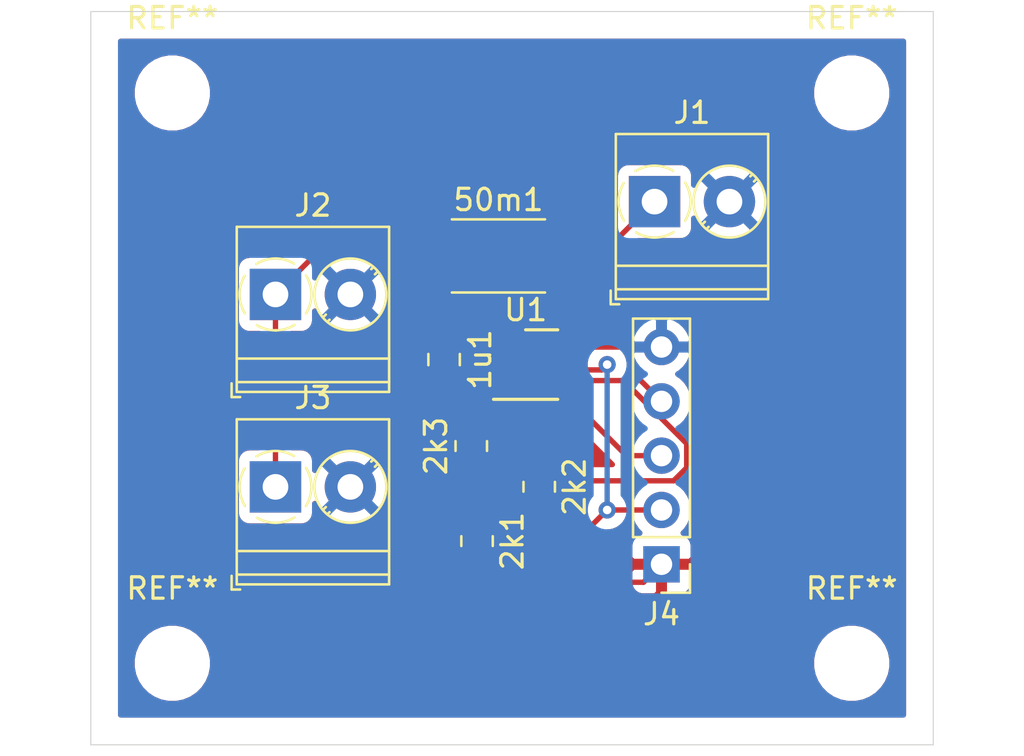
<source format=kicad_pcb>
(kicad_pcb (version 20171130) (host pcbnew 5.1.8-db9833491~88~ubuntu20.04.1)

  (general
    (thickness 1.6)
    (drawings 4)
    (tracks 56)
    (zones 0)
    (modules 14)
    (nets 8)
  )

  (page A4)
  (title_block
    (title "Coulomb Counter")
    (date 12/13/20)
    (company "Husky Satellite Lab")
    (comment 1 "Designed by Katharine Lundblad")
  )

  (layers
    (0 F.Cu signal)
    (31 B.Cu signal)
    (32 B.Adhes user)
    (33 F.Adhes user)
    (34 B.Paste user)
    (35 F.Paste user)
    (36 B.SilkS user)
    (37 F.SilkS user)
    (38 B.Mask user)
    (39 F.Mask user)
    (40 Dwgs.User user)
    (41 Cmts.User user)
    (42 Eco1.User user)
    (43 Eco2.User user)
    (44 Edge.Cuts user)
    (45 Margin user)
    (46 B.CrtYd user)
    (47 F.CrtYd user)
    (48 B.Fab user)
    (49 F.Fab user)
  )

  (setup
    (last_trace_width 0.25)
    (trace_clearance 0.2)
    (zone_clearance 0.508)
    (zone_45_only no)
    (trace_min 0.2)
    (via_size 0.8)
    (via_drill 0.4)
    (via_min_size 0.4)
    (via_min_drill 0.3)
    (uvia_size 0.3)
    (uvia_drill 0.1)
    (uvias_allowed no)
    (uvia_min_size 0.2)
    (uvia_min_drill 0.1)
    (edge_width 0.05)
    (segment_width 0.2)
    (pcb_text_width 0.3)
    (pcb_text_size 1.5 1.5)
    (mod_edge_width 0.12)
    (mod_text_size 1 1)
    (mod_text_width 0.15)
    (pad_size 1.524 1.524)
    (pad_drill 0.762)
    (pad_to_mask_clearance 0)
    (aux_axis_origin 0 0)
    (visible_elements FFFFFF7F)
    (pcbplotparams
      (layerselection 0x010fc_ffffffff)
      (usegerberextensions false)
      (usegerberattributes true)
      (usegerberadvancedattributes true)
      (creategerberjobfile true)
      (excludeedgelayer true)
      (linewidth 0.100000)
      (plotframeref false)
      (viasonmask false)
      (mode 1)
      (useauxorigin false)
      (hpglpennumber 1)
      (hpglpenspeed 20)
      (hpglpendiameter 15.000000)
      (psnegative false)
      (psa4output false)
      (plotreference true)
      (plotvalue true)
      (plotinvisibletext false)
      (padsonsilk false)
      (subtractmaskfromsilk false)
      (outputformat 1)
      (mirror false)
      (drillshape 1)
      (scaleselection 1)
      (outputdirectory ""))
  )

  (net 0 "")
  (net 1 "Net-(1u1-Pad1)")
  (net 2 GND)
  (net 3 /~ALCC~)
  (net 4 /SDA)
  (net 5 /SCL)
  (net 6 +VDC)
  (net 7 +3V3)

  (net_class Default "This is the default net class."
    (clearance 0.2)
    (trace_width 0.25)
    (via_dia 0.8)
    (via_drill 0.4)
    (uvia_dia 0.3)
    (uvia_drill 0.1)
    (add_net +3V3)
    (add_net +VDC)
    (add_net /SCL)
    (add_net /SDA)
    (add_net /~ALCC~)
    (add_net GND)
    (add_net "Net-(1u1-Pad1)")
  )

  (module MountingHole:MountingHole_2.5mm (layer F.Cu) (tedit 56D1B4CB) (tstamp 5FD6D224)
    (at 170.18 63.5)
    (descr "Mounting Hole 2.5mm, no annular")
    (tags "mounting hole 2.5mm no annular")
    (attr virtual)
    (fp_text reference REF** (at 0 -3.5) (layer F.SilkS)
      (effects (font (size 1 1) (thickness 0.15)))
    )
    (fp_text value MountingHole_2.5mm (at 0 3.5) (layer F.Fab)
      (effects (font (size 1 1) (thickness 0.15)))
    )
    (fp_text user %R (at 0.3 0) (layer F.Fab)
      (effects (font (size 1 1) (thickness 0.15)))
    )
    (fp_circle (center 0 0) (end 2.5 0) (layer Cmts.User) (width 0.15))
    (fp_circle (center 0 0) (end 2.75 0) (layer F.CrtYd) (width 0.05))
    (pad 1 np_thru_hole circle (at 0 0) (size 2.5 2.5) (drill 2.5) (layers *.Cu *.Mask))
  )

  (module MountingHole:MountingHole_2.5mm (layer F.Cu) (tedit 56D1B4CB) (tstamp 5FD6D207)
    (at 138.43 63.5)
    (descr "Mounting Hole 2.5mm, no annular")
    (tags "mounting hole 2.5mm no annular")
    (attr virtual)
    (fp_text reference REF** (at 0 -3.5) (layer F.SilkS)
      (effects (font (size 1 1) (thickness 0.15)))
    )
    (fp_text value MountingHole_2.5mm (at 0 3.5) (layer F.Fab)
      (effects (font (size 1 1) (thickness 0.15)))
    )
    (fp_text user %R (at 0.3 0) (layer F.Fab)
      (effects (font (size 1 1) (thickness 0.15)))
    )
    (fp_circle (center 0 0) (end 2.5 0) (layer Cmts.User) (width 0.15))
    (fp_circle (center 0 0) (end 2.75 0) (layer F.CrtYd) (width 0.05))
    (pad 1 np_thru_hole circle (at 0 0) (size 2.5 2.5) (drill 2.5) (layers *.Cu *.Mask))
  )

  (module MountingHole:MountingHole_2.5mm (layer F.Cu) (tedit 56D1B4CB) (tstamp 5FD6D1EA)
    (at 170.18 36.83)
    (descr "Mounting Hole 2.5mm, no annular")
    (tags "mounting hole 2.5mm no annular")
    (attr virtual)
    (fp_text reference REF** (at 0 -3.5) (layer F.SilkS)
      (effects (font (size 1 1) (thickness 0.15)))
    )
    (fp_text value MountingHole_2.5mm (at 0 3.5) (layer F.Fab)
      (effects (font (size 1 1) (thickness 0.15)))
    )
    (fp_text user %R (at 0.3 0) (layer F.Fab)
      (effects (font (size 1 1) (thickness 0.15)))
    )
    (fp_circle (center 0 0) (end 2.5 0) (layer Cmts.User) (width 0.15))
    (fp_circle (center 0 0) (end 2.75 0) (layer F.CrtYd) (width 0.05))
    (pad 1 np_thru_hole circle (at 0 0) (size 2.5 2.5) (drill 2.5) (layers *.Cu *.Mask))
  )

  (module MountingHole:MountingHole_2.5mm (layer F.Cu) (tedit 56D1B4CB) (tstamp 5FD6D1CD)
    (at 138.43 36.83)
    (descr "Mounting Hole 2.5mm, no annular")
    (tags "mounting hole 2.5mm no annular")
    (attr virtual)
    (fp_text reference REF** (at 0 -3.5) (layer F.SilkS)
      (effects (font (size 1 1) (thickness 0.15)))
    )
    (fp_text value MountingHole_2.5mm (at 0 3.5) (layer F.Fab)
      (effects (font (size 1 1) (thickness 0.15)))
    )
    (fp_text user %R (at 0.3 0) (layer F.Fab)
      (effects (font (size 1 1) (thickness 0.15)))
    )
    (fp_circle (center 0 0) (end 2.5 0) (layer Cmts.User) (width 0.15))
    (fp_circle (center 0 0) (end 2.75 0) (layer F.CrtYd) (width 0.05))
    (pad 1 np_thru_hole circle (at 0 0) (size 2.5 2.5) (drill 2.5) (layers *.Cu *.Mask))
  )

  (module Capacitor_SMD:C_0805_2012Metric_Pad1.18x1.45mm_HandSolder (layer F.Cu) (tedit 5F68FEEF) (tstamp 5FD6ABA7)
    (at 151.13 49.2975 270)
    (descr "Capacitor SMD 0805 (2012 Metric), square (rectangular) end terminal, IPC_7351 nominal with elongated pad for handsoldering. (Body size source: IPC-SM-782 page 76, https://www.pcb-3d.com/wordpress/wp-content/uploads/ipc-sm-782a_amendment_1_and_2.pdf, https://docs.google.com/spreadsheets/d/1BsfQQcO9C6DZCsRaXUlFlo91Tg2WpOkGARC1WS5S8t0/edit?usp=sharing), generated with kicad-footprint-generator")
    (tags "capacitor handsolder")
    (path /5FD89FAE)
    (attr smd)
    (fp_text reference 1u1 (at 0 -1.68 90) (layer F.SilkS)
      (effects (font (size 1 1) (thickness 0.15)))
    )
    (fp_text value C1 (at 0 1.68 90) (layer F.Fab)
      (effects (font (size 1 1) (thickness 0.15)))
    )
    (fp_line (start 1.88 0.98) (end -1.88 0.98) (layer F.CrtYd) (width 0.05))
    (fp_line (start 1.88 -0.98) (end 1.88 0.98) (layer F.CrtYd) (width 0.05))
    (fp_line (start -1.88 -0.98) (end 1.88 -0.98) (layer F.CrtYd) (width 0.05))
    (fp_line (start -1.88 0.98) (end -1.88 -0.98) (layer F.CrtYd) (width 0.05))
    (fp_line (start -0.261252 0.735) (end 0.261252 0.735) (layer F.SilkS) (width 0.12))
    (fp_line (start -0.261252 -0.735) (end 0.261252 -0.735) (layer F.SilkS) (width 0.12))
    (fp_line (start 1 0.625) (end -1 0.625) (layer F.Fab) (width 0.1))
    (fp_line (start 1 -0.625) (end 1 0.625) (layer F.Fab) (width 0.1))
    (fp_line (start -1 -0.625) (end 1 -0.625) (layer F.Fab) (width 0.1))
    (fp_line (start -1 0.625) (end -1 -0.625) (layer F.Fab) (width 0.1))
    (fp_text user %R (at 0 0 90) (layer F.Fab)
      (effects (font (size 0.5 0.5) (thickness 0.08)))
    )
    (pad 1 smd roundrect (at -1.0375 0 270) (size 1.175 1.45) (layers F.Cu F.Paste F.Mask) (roundrect_rratio 0.212766)
      (net 1 "Net-(1u1-Pad1)"))
    (pad 2 smd roundrect (at 1.0375 0 270) (size 1.175 1.45) (layers F.Cu F.Paste F.Mask) (roundrect_rratio 0.212766)
      (net 2 GND))
    (model ${KISYS3DMOD}/Capacitor_SMD.3dshapes/C_0805_2012Metric.wrl
      (at (xyz 0 0 0))
      (scale (xyz 1 1 1))
      (rotate (xyz 0 0 0))
    )
  )

  (module Resistor_SMD:R_0805_2012Metric_Pad1.20x1.40mm_HandSolder (layer F.Cu) (tedit 5F68FEEE) (tstamp 5FD6ABB8)
    (at 152.67 57.785 270)
    (descr "Resistor SMD 0805 (2012 Metric), square (rectangular) end terminal, IPC_7351 nominal with elongated pad for handsoldering. (Body size source: IPC-SM-782 page 72, https://www.pcb-3d.com/wordpress/wp-content/uploads/ipc-sm-782a_amendment_1_and_2.pdf), generated with kicad-footprint-generator")
    (tags "resistor handsolder")
    (path /5FCC7F99)
    (attr smd)
    (fp_text reference 2k1 (at 0 -1.65 90) (layer F.SilkS)
      (effects (font (size 1 1) (thickness 0.15)))
    )
    (fp_text value R1 (at 0 1.65 90) (layer F.Fab)
      (effects (font (size 1 1) (thickness 0.15)))
    )
    (fp_line (start 1.85 0.95) (end -1.85 0.95) (layer F.CrtYd) (width 0.05))
    (fp_line (start 1.85 -0.95) (end 1.85 0.95) (layer F.CrtYd) (width 0.05))
    (fp_line (start -1.85 -0.95) (end 1.85 -0.95) (layer F.CrtYd) (width 0.05))
    (fp_line (start -1.85 0.95) (end -1.85 -0.95) (layer F.CrtYd) (width 0.05))
    (fp_line (start -0.227064 0.735) (end 0.227064 0.735) (layer F.SilkS) (width 0.12))
    (fp_line (start -0.227064 -0.735) (end 0.227064 -0.735) (layer F.SilkS) (width 0.12))
    (fp_line (start 1 0.625) (end -1 0.625) (layer F.Fab) (width 0.1))
    (fp_line (start 1 -0.625) (end 1 0.625) (layer F.Fab) (width 0.1))
    (fp_line (start -1 -0.625) (end 1 -0.625) (layer F.Fab) (width 0.1))
    (fp_line (start -1 0.625) (end -1 -0.625) (layer F.Fab) (width 0.1))
    (fp_text user %R (at 0 0 90) (layer F.Fab)
      (effects (font (size 0.5 0.5) (thickness 0.08)))
    )
    (pad 1 smd roundrect (at -1 0 270) (size 1.2 1.4) (layers F.Cu F.Paste F.Mask) (roundrect_rratio 0.208333)
      (net 7 +3V3))
    (pad 2 smd roundrect (at 1 0 270) (size 1.2 1.4) (layers F.Cu F.Paste F.Mask) (roundrect_rratio 0.208333)
      (net 3 /~ALCC~))
    (model ${KISYS3DMOD}/Resistor_SMD.3dshapes/R_0805_2012Metric.wrl
      (at (xyz 0 0 0))
      (scale (xyz 1 1 1))
      (rotate (xyz 0 0 0))
    )
  )

  (module Resistor_SMD:R_0805_2012Metric_Pad1.20x1.40mm_HandSolder (layer F.Cu) (tedit 5F68FEEE) (tstamp 5FD6ABC9)
    (at 155.575 55.245 270)
    (descr "Resistor SMD 0805 (2012 Metric), square (rectangular) end terminal, IPC_7351 nominal with elongated pad for handsoldering. (Body size source: IPC-SM-782 page 72, https://www.pcb-3d.com/wordpress/wp-content/uploads/ipc-sm-782a_amendment_1_and_2.pdf), generated with kicad-footprint-generator")
    (tags "resistor handsolder")
    (path /5FCD6CC6)
    (attr smd)
    (fp_text reference 2k2 (at 0 -1.65 90) (layer F.SilkS)
      (effects (font (size 1 1) (thickness 0.15)))
    )
    (fp_text value R2 (at 0 1.65 90) (layer F.Fab)
      (effects (font (size 1 1) (thickness 0.15)))
    )
    (fp_text user %R (at 0 0 90) (layer F.Fab)
      (effects (font (size 0.5 0.5) (thickness 0.08)))
    )
    (fp_line (start -1 0.625) (end -1 -0.625) (layer F.Fab) (width 0.1))
    (fp_line (start -1 -0.625) (end 1 -0.625) (layer F.Fab) (width 0.1))
    (fp_line (start 1 -0.625) (end 1 0.625) (layer F.Fab) (width 0.1))
    (fp_line (start 1 0.625) (end -1 0.625) (layer F.Fab) (width 0.1))
    (fp_line (start -0.227064 -0.735) (end 0.227064 -0.735) (layer F.SilkS) (width 0.12))
    (fp_line (start -0.227064 0.735) (end 0.227064 0.735) (layer F.SilkS) (width 0.12))
    (fp_line (start -1.85 0.95) (end -1.85 -0.95) (layer F.CrtYd) (width 0.05))
    (fp_line (start -1.85 -0.95) (end 1.85 -0.95) (layer F.CrtYd) (width 0.05))
    (fp_line (start 1.85 -0.95) (end 1.85 0.95) (layer F.CrtYd) (width 0.05))
    (fp_line (start 1.85 0.95) (end -1.85 0.95) (layer F.CrtYd) (width 0.05))
    (pad 2 smd roundrect (at 1 0 270) (size 1.2 1.4) (layers F.Cu F.Paste F.Mask) (roundrect_rratio 0.208333)
      (net 4 /SDA))
    (pad 1 smd roundrect (at -1 0 270) (size 1.2 1.4) (layers F.Cu F.Paste F.Mask) (roundrect_rratio 0.208333)
      (net 7 +3V3))
    (model ${KISYS3DMOD}/Resistor_SMD.3dshapes/R_0805_2012Metric.wrl
      (at (xyz 0 0 0))
      (scale (xyz 1 1 1))
      (rotate (xyz 0 0 0))
    )
  )

  (module Resistor_SMD:R_0805_2012Metric_Pad1.20x1.40mm_HandSolder (layer F.Cu) (tedit 5F68FEEE) (tstamp 5FD6ABDA)
    (at 152.4 53.34 90)
    (descr "Resistor SMD 0805 (2012 Metric), square (rectangular) end terminal, IPC_7351 nominal with elongated pad for handsoldering. (Body size source: IPC-SM-782 page 72, https://www.pcb-3d.com/wordpress/wp-content/uploads/ipc-sm-782a_amendment_1_and_2.pdf), generated with kicad-footprint-generator")
    (tags "resistor handsolder")
    (path /5FCD786B)
    (attr smd)
    (fp_text reference 2k3 (at 0 -1.65 90) (layer F.SilkS)
      (effects (font (size 1 1) (thickness 0.15)))
    )
    (fp_text value R3 (at 0 1.65 90) (layer F.Fab)
      (effects (font (size 1 1) (thickness 0.15)))
    )
    (fp_line (start 1.85 0.95) (end -1.85 0.95) (layer F.CrtYd) (width 0.05))
    (fp_line (start 1.85 -0.95) (end 1.85 0.95) (layer F.CrtYd) (width 0.05))
    (fp_line (start -1.85 -0.95) (end 1.85 -0.95) (layer F.CrtYd) (width 0.05))
    (fp_line (start -1.85 0.95) (end -1.85 -0.95) (layer F.CrtYd) (width 0.05))
    (fp_line (start -0.227064 0.735) (end 0.227064 0.735) (layer F.SilkS) (width 0.12))
    (fp_line (start -0.227064 -0.735) (end 0.227064 -0.735) (layer F.SilkS) (width 0.12))
    (fp_line (start 1 0.625) (end -1 0.625) (layer F.Fab) (width 0.1))
    (fp_line (start 1 -0.625) (end 1 0.625) (layer F.Fab) (width 0.1))
    (fp_line (start -1 -0.625) (end 1 -0.625) (layer F.Fab) (width 0.1))
    (fp_line (start -1 0.625) (end -1 -0.625) (layer F.Fab) (width 0.1))
    (fp_text user %R (at 0 0 90) (layer F.Fab)
      (effects (font (size 0.5 0.5) (thickness 0.08)))
    )
    (pad 1 smd roundrect (at -1 0 90) (size 1.2 1.4) (layers F.Cu F.Paste F.Mask) (roundrect_rratio 0.208333)
      (net 7 +3V3))
    (pad 2 smd roundrect (at 1 0 90) (size 1.2 1.4) (layers F.Cu F.Paste F.Mask) (roundrect_rratio 0.208333)
      (net 5 /SCL))
    (model ${KISYS3DMOD}/Resistor_SMD.3dshapes/R_0805_2012Metric.wrl
      (at (xyz 0 0 0))
      (scale (xyz 1 1 1))
      (rotate (xyz 0 0 0))
    )
  )

  (module Resistor_SMD:R_2512_6332Metric_Pad1.40x3.35mm_HandSolder (layer F.Cu) (tedit 5F68FEEE) (tstamp 5FD6ABEB)
    (at 153.67 44.45)
    (descr "Resistor SMD 2512 (6332 Metric), square (rectangular) end terminal, IPC_7351 nominal with elongated pad for handsoldering. (Body size source: IPC-SM-782 page 72, https://www.pcb-3d.com/wordpress/wp-content/uploads/ipc-sm-782a_amendment_1_and_2.pdf), generated with kicad-footprint-generator")
    (tags "resistor handsolder")
    (path /5FCFEA46)
    (attr smd)
    (fp_text reference 50m1 (at 0 -2.62) (layer F.SilkS)
      (effects (font (size 1 1) (thickness 0.15)))
    )
    (fp_text value R4 (at 0 2.62) (layer F.Fab)
      (effects (font (size 1 1) (thickness 0.15)))
    )
    (fp_line (start 4 1.92) (end -4 1.92) (layer F.CrtYd) (width 0.05))
    (fp_line (start 4 -1.92) (end 4 1.92) (layer F.CrtYd) (width 0.05))
    (fp_line (start -4 -1.92) (end 4 -1.92) (layer F.CrtYd) (width 0.05))
    (fp_line (start -4 1.92) (end -4 -1.92) (layer F.CrtYd) (width 0.05))
    (fp_line (start -2.177064 1.71) (end 2.177064 1.71) (layer F.SilkS) (width 0.12))
    (fp_line (start -2.177064 -1.71) (end 2.177064 -1.71) (layer F.SilkS) (width 0.12))
    (fp_line (start 3.15 1.6) (end -3.15 1.6) (layer F.Fab) (width 0.1))
    (fp_line (start 3.15 -1.6) (end 3.15 1.6) (layer F.Fab) (width 0.1))
    (fp_line (start -3.15 -1.6) (end 3.15 -1.6) (layer F.Fab) (width 0.1))
    (fp_line (start -3.15 1.6) (end -3.15 -1.6) (layer F.Fab) (width 0.1))
    (fp_text user %R (at 0 0) (layer F.Fab)
      (effects (font (size 1 1) (thickness 0.15)))
    )
    (pad 1 smd roundrect (at -3.05 0) (size 1.4 3.35) (layers F.Cu F.Paste F.Mask) (roundrect_rratio 0.178571)
      (net 1 "Net-(1u1-Pad1)"))
    (pad 2 smd roundrect (at 3.05 0) (size 1.4 3.35) (layers F.Cu F.Paste F.Mask) (roundrect_rratio 0.178571)
      (net 6 +VDC))
    (model ${KISYS3DMOD}/Resistor_SMD.3dshapes/R_2512_6332Metric.wrl
      (at (xyz 0 0 0))
      (scale (xyz 1 1 1))
      (rotate (xyz 0 0 0))
    )
  )

  (module TerminalBlock_Phoenix:TerminalBlock_Phoenix_PT-1,5-2-3.5-H_1x02_P3.50mm_Horizontal (layer F.Cu) (tedit 5B294F3F) (tstamp 5FD6AC15)
    (at 160.965 41.91)
    (descr "Terminal Block Phoenix PT-1,5-2-3.5-H, 2 pins, pitch 3.5mm, size 7x7.6mm^2, drill diamater 1.2mm, pad diameter 2.4mm, see , script-generated using https://github.com/pointhi/kicad-footprint-generator/scripts/TerminalBlock_Phoenix")
    (tags "THT Terminal Block Phoenix PT-1,5-2-3.5-H pitch 3.5mm size 7x7.6mm^2 drill 1.2mm pad 2.4mm")
    (path /5FE7F5AE)
    (fp_text reference J1 (at 1.75 -4.16) (layer F.SilkS)
      (effects (font (size 1 1) (thickness 0.15)))
    )
    (fp_text value Screw_Terminal_01x02 (at 1.75 5.56) (layer F.Fab)
      (effects (font (size 1 1) (thickness 0.15)))
    )
    (fp_line (start 5.75 -3.6) (end -2.25 -3.6) (layer F.CrtYd) (width 0.05))
    (fp_line (start 5.75 5) (end 5.75 -3.6) (layer F.CrtYd) (width 0.05))
    (fp_line (start -2.25 5) (end 5.75 5) (layer F.CrtYd) (width 0.05))
    (fp_line (start -2.25 -3.6) (end -2.25 5) (layer F.CrtYd) (width 0.05))
    (fp_line (start -2.05 4.8) (end -1.65 4.8) (layer F.SilkS) (width 0.12))
    (fp_line (start -2.05 4.16) (end -2.05 4.8) (layer F.SilkS) (width 0.12))
    (fp_line (start 2.355 0.941) (end 2.226 1.069) (layer F.SilkS) (width 0.12))
    (fp_line (start 4.57 -1.275) (end 4.476 -1.181) (layer F.SilkS) (width 0.12))
    (fp_line (start 2.525 1.181) (end 2.431 1.274) (layer F.SilkS) (width 0.12))
    (fp_line (start 4.775 -1.069) (end 4.646 -0.941) (layer F.SilkS) (width 0.12))
    (fp_line (start 4.455 -1.138) (end 2.363 0.955) (layer F.Fab) (width 0.1))
    (fp_line (start 4.638 -0.955) (end 2.546 1.138) (layer F.Fab) (width 0.1))
    (fp_line (start 0.955 -1.138) (end -1.138 0.955) (layer F.Fab) (width 0.1))
    (fp_line (start 1.138 -0.955) (end -0.955 1.138) (layer F.Fab) (width 0.1))
    (fp_line (start 5.31 -3.16) (end 5.31 4.56) (layer F.SilkS) (width 0.12))
    (fp_line (start -1.81 -3.16) (end -1.81 4.56) (layer F.SilkS) (width 0.12))
    (fp_line (start -1.81 4.56) (end 5.31 4.56) (layer F.SilkS) (width 0.12))
    (fp_line (start -1.81 -3.16) (end 5.31 -3.16) (layer F.SilkS) (width 0.12))
    (fp_line (start -1.81 3) (end 5.31 3) (layer F.SilkS) (width 0.12))
    (fp_line (start -1.75 3) (end 5.25 3) (layer F.Fab) (width 0.1))
    (fp_line (start -1.81 4.1) (end 5.31 4.1) (layer F.SilkS) (width 0.12))
    (fp_line (start -1.75 4.1) (end 5.25 4.1) (layer F.Fab) (width 0.1))
    (fp_line (start -1.75 4.1) (end -1.75 -3.1) (layer F.Fab) (width 0.1))
    (fp_line (start -1.35 4.5) (end -1.75 4.1) (layer F.Fab) (width 0.1))
    (fp_line (start 5.25 4.5) (end -1.35 4.5) (layer F.Fab) (width 0.1))
    (fp_line (start 5.25 -3.1) (end 5.25 4.5) (layer F.Fab) (width 0.1))
    (fp_line (start -1.75 -3.1) (end 5.25 -3.1) (layer F.Fab) (width 0.1))
    (fp_circle (center 3.5 0) (end 5.18 0) (layer F.SilkS) (width 0.12))
    (fp_circle (center 3.5 0) (end 5 0) (layer F.Fab) (width 0.1))
    (fp_circle (center 0 0) (end 1.5 0) (layer F.Fab) (width 0.1))
    (fp_arc (start 0 0) (end 0 1.68) (angle -32) (layer F.SilkS) (width 0.12))
    (fp_arc (start 0 0) (end 1.425 0.891) (angle -64) (layer F.SilkS) (width 0.12))
    (fp_arc (start 0 0) (end 0.866 -1.44) (angle -63) (layer F.SilkS) (width 0.12))
    (fp_arc (start 0 0) (end -1.44 -0.866) (angle -63) (layer F.SilkS) (width 0.12))
    (fp_arc (start 0 0) (end -0.866 1.44) (angle -32) (layer F.SilkS) (width 0.12))
    (fp_text user %R (at 1.75 2.4) (layer F.Fab)
      (effects (font (size 1 1) (thickness 0.15)))
    )
    (pad 1 thru_hole rect (at 0 0) (size 2.4 2.4) (drill 1.2) (layers *.Cu *.Mask)
      (net 6 +VDC))
    (pad 2 thru_hole circle (at 3.5 0) (size 2.4 2.4) (drill 1.2) (layers *.Cu *.Mask)
      (net 2 GND))
    (model ${KISYS3DMOD}/TerminalBlock_Phoenix.3dshapes/TerminalBlock_Phoenix_PT-1,5-2-3.5-H_1x02_P3.50mm_Horizontal.wrl
      (at (xyz 0 0 0))
      (scale (xyz 1 1 1))
      (rotate (xyz 0 0 0))
    )
  )

  (module TerminalBlock_Phoenix:TerminalBlock_Phoenix_PT-1,5-2-3.5-H_1x02_P3.50mm_Horizontal (layer F.Cu) (tedit 5B294F3F) (tstamp 5FD6AC3F)
    (at 143.25 46.25)
    (descr "Terminal Block Phoenix PT-1,5-2-3.5-H, 2 pins, pitch 3.5mm, size 7x7.6mm^2, drill diamater 1.2mm, pad diameter 2.4mm, see , script-generated using https://github.com/pointhi/kicad-footprint-generator/scripts/TerminalBlock_Phoenix")
    (tags "THT Terminal Block Phoenix PT-1,5-2-3.5-H pitch 3.5mm size 7x7.6mm^2 drill 1.2mm pad 2.4mm")
    (path /5FEA286D)
    (fp_text reference J2 (at 1.75 -4.16) (layer F.SilkS)
      (effects (font (size 1 1) (thickness 0.15)))
    )
    (fp_text value Screw_Terminal_01x02 (at 1.75 5.56) (layer F.Fab)
      (effects (font (size 1 1) (thickness 0.15)))
    )
    (fp_line (start 5.75 -3.6) (end -2.25 -3.6) (layer F.CrtYd) (width 0.05))
    (fp_line (start 5.75 5) (end 5.75 -3.6) (layer F.CrtYd) (width 0.05))
    (fp_line (start -2.25 5) (end 5.75 5) (layer F.CrtYd) (width 0.05))
    (fp_line (start -2.25 -3.6) (end -2.25 5) (layer F.CrtYd) (width 0.05))
    (fp_line (start -2.05 4.8) (end -1.65 4.8) (layer F.SilkS) (width 0.12))
    (fp_line (start -2.05 4.16) (end -2.05 4.8) (layer F.SilkS) (width 0.12))
    (fp_line (start 2.355 0.941) (end 2.226 1.069) (layer F.SilkS) (width 0.12))
    (fp_line (start 4.57 -1.275) (end 4.476 -1.181) (layer F.SilkS) (width 0.12))
    (fp_line (start 2.525 1.181) (end 2.431 1.274) (layer F.SilkS) (width 0.12))
    (fp_line (start 4.775 -1.069) (end 4.646 -0.941) (layer F.SilkS) (width 0.12))
    (fp_line (start 4.455 -1.138) (end 2.363 0.955) (layer F.Fab) (width 0.1))
    (fp_line (start 4.638 -0.955) (end 2.546 1.138) (layer F.Fab) (width 0.1))
    (fp_line (start 0.955 -1.138) (end -1.138 0.955) (layer F.Fab) (width 0.1))
    (fp_line (start 1.138 -0.955) (end -0.955 1.138) (layer F.Fab) (width 0.1))
    (fp_line (start 5.31 -3.16) (end 5.31 4.56) (layer F.SilkS) (width 0.12))
    (fp_line (start -1.81 -3.16) (end -1.81 4.56) (layer F.SilkS) (width 0.12))
    (fp_line (start -1.81 4.56) (end 5.31 4.56) (layer F.SilkS) (width 0.12))
    (fp_line (start -1.81 -3.16) (end 5.31 -3.16) (layer F.SilkS) (width 0.12))
    (fp_line (start -1.81 3) (end 5.31 3) (layer F.SilkS) (width 0.12))
    (fp_line (start -1.75 3) (end 5.25 3) (layer F.Fab) (width 0.1))
    (fp_line (start -1.81 4.1) (end 5.31 4.1) (layer F.SilkS) (width 0.12))
    (fp_line (start -1.75 4.1) (end 5.25 4.1) (layer F.Fab) (width 0.1))
    (fp_line (start -1.75 4.1) (end -1.75 -3.1) (layer F.Fab) (width 0.1))
    (fp_line (start -1.35 4.5) (end -1.75 4.1) (layer F.Fab) (width 0.1))
    (fp_line (start 5.25 4.5) (end -1.35 4.5) (layer F.Fab) (width 0.1))
    (fp_line (start 5.25 -3.1) (end 5.25 4.5) (layer F.Fab) (width 0.1))
    (fp_line (start -1.75 -3.1) (end 5.25 -3.1) (layer F.Fab) (width 0.1))
    (fp_circle (center 3.5 0) (end 5.18 0) (layer F.SilkS) (width 0.12))
    (fp_circle (center 3.5 0) (end 5 0) (layer F.Fab) (width 0.1))
    (fp_circle (center 0 0) (end 1.5 0) (layer F.Fab) (width 0.1))
    (fp_arc (start 0 0) (end 0 1.68) (angle -32) (layer F.SilkS) (width 0.12))
    (fp_arc (start 0 0) (end 1.425 0.891) (angle -64) (layer F.SilkS) (width 0.12))
    (fp_arc (start 0 0) (end 0.866 -1.44) (angle -63) (layer F.SilkS) (width 0.12))
    (fp_arc (start 0 0) (end -1.44 -0.866) (angle -63) (layer F.SilkS) (width 0.12))
    (fp_arc (start 0 0) (end -0.866 1.44) (angle -32) (layer F.SilkS) (width 0.12))
    (fp_text user %R (at 1.75 2.4) (layer F.Fab)
      (effects (font (size 1 1) (thickness 0.15)))
    )
    (pad 1 thru_hole rect (at 0 0) (size 2.4 2.4) (drill 1.2) (layers *.Cu *.Mask)
      (net 1 "Net-(1u1-Pad1)"))
    (pad 2 thru_hole circle (at 3.5 0) (size 2.4 2.4) (drill 1.2) (layers *.Cu *.Mask)
      (net 2 GND))
    (model ${KISYS3DMOD}/TerminalBlock_Phoenix.3dshapes/TerminalBlock_Phoenix_PT-1,5-2-3.5-H_1x02_P3.50mm_Horizontal.wrl
      (at (xyz 0 0 0))
      (scale (xyz 1 1 1))
      (rotate (xyz 0 0 0))
    )
  )

  (module TerminalBlock_Phoenix:TerminalBlock_Phoenix_PT-1,5-2-3.5-H_1x02_P3.50mm_Horizontal (layer F.Cu) (tedit 5B294F3F) (tstamp 5FD6AC69)
    (at 143.25 55.25)
    (descr "Terminal Block Phoenix PT-1,5-2-3.5-H, 2 pins, pitch 3.5mm, size 7x7.6mm^2, drill diamater 1.2mm, pad diameter 2.4mm, see , script-generated using https://github.com/pointhi/kicad-footprint-generator/scripts/TerminalBlock_Phoenix")
    (tags "THT Terminal Block Phoenix PT-1,5-2-3.5-H pitch 3.5mm size 7x7.6mm^2 drill 1.2mm pad 2.4mm")
    (path /5FEA3BF9)
    (fp_text reference J3 (at 1.75 -4.16) (layer F.SilkS)
      (effects (font (size 1 1) (thickness 0.15)))
    )
    (fp_text value Screw_Terminal_01x02 (at 1.75 5.56) (layer F.Fab)
      (effects (font (size 1 1) (thickness 0.15)))
    )
    (fp_text user %R (at 1.75 2.4) (layer F.Fab)
      (effects (font (size 1 1) (thickness 0.15)))
    )
    (fp_arc (start 0 0) (end -0.866 1.44) (angle -32) (layer F.SilkS) (width 0.12))
    (fp_arc (start 0 0) (end -1.44 -0.866) (angle -63) (layer F.SilkS) (width 0.12))
    (fp_arc (start 0 0) (end 0.866 -1.44) (angle -63) (layer F.SilkS) (width 0.12))
    (fp_arc (start 0 0) (end 1.425 0.891) (angle -64) (layer F.SilkS) (width 0.12))
    (fp_arc (start 0 0) (end 0 1.68) (angle -32) (layer F.SilkS) (width 0.12))
    (fp_circle (center 0 0) (end 1.5 0) (layer F.Fab) (width 0.1))
    (fp_circle (center 3.5 0) (end 5 0) (layer F.Fab) (width 0.1))
    (fp_circle (center 3.5 0) (end 5.18 0) (layer F.SilkS) (width 0.12))
    (fp_line (start -1.75 -3.1) (end 5.25 -3.1) (layer F.Fab) (width 0.1))
    (fp_line (start 5.25 -3.1) (end 5.25 4.5) (layer F.Fab) (width 0.1))
    (fp_line (start 5.25 4.5) (end -1.35 4.5) (layer F.Fab) (width 0.1))
    (fp_line (start -1.35 4.5) (end -1.75 4.1) (layer F.Fab) (width 0.1))
    (fp_line (start -1.75 4.1) (end -1.75 -3.1) (layer F.Fab) (width 0.1))
    (fp_line (start -1.75 4.1) (end 5.25 4.1) (layer F.Fab) (width 0.1))
    (fp_line (start -1.81 4.1) (end 5.31 4.1) (layer F.SilkS) (width 0.12))
    (fp_line (start -1.75 3) (end 5.25 3) (layer F.Fab) (width 0.1))
    (fp_line (start -1.81 3) (end 5.31 3) (layer F.SilkS) (width 0.12))
    (fp_line (start -1.81 -3.16) (end 5.31 -3.16) (layer F.SilkS) (width 0.12))
    (fp_line (start -1.81 4.56) (end 5.31 4.56) (layer F.SilkS) (width 0.12))
    (fp_line (start -1.81 -3.16) (end -1.81 4.56) (layer F.SilkS) (width 0.12))
    (fp_line (start 5.31 -3.16) (end 5.31 4.56) (layer F.SilkS) (width 0.12))
    (fp_line (start 1.138 -0.955) (end -0.955 1.138) (layer F.Fab) (width 0.1))
    (fp_line (start 0.955 -1.138) (end -1.138 0.955) (layer F.Fab) (width 0.1))
    (fp_line (start 4.638 -0.955) (end 2.546 1.138) (layer F.Fab) (width 0.1))
    (fp_line (start 4.455 -1.138) (end 2.363 0.955) (layer F.Fab) (width 0.1))
    (fp_line (start 4.775 -1.069) (end 4.646 -0.941) (layer F.SilkS) (width 0.12))
    (fp_line (start 2.525 1.181) (end 2.431 1.274) (layer F.SilkS) (width 0.12))
    (fp_line (start 4.57 -1.275) (end 4.476 -1.181) (layer F.SilkS) (width 0.12))
    (fp_line (start 2.355 0.941) (end 2.226 1.069) (layer F.SilkS) (width 0.12))
    (fp_line (start -2.05 4.16) (end -2.05 4.8) (layer F.SilkS) (width 0.12))
    (fp_line (start -2.05 4.8) (end -1.65 4.8) (layer F.SilkS) (width 0.12))
    (fp_line (start -2.25 -3.6) (end -2.25 5) (layer F.CrtYd) (width 0.05))
    (fp_line (start -2.25 5) (end 5.75 5) (layer F.CrtYd) (width 0.05))
    (fp_line (start 5.75 5) (end 5.75 -3.6) (layer F.CrtYd) (width 0.05))
    (fp_line (start 5.75 -3.6) (end -2.25 -3.6) (layer F.CrtYd) (width 0.05))
    (pad 2 thru_hole circle (at 3.5 0) (size 2.4 2.4) (drill 1.2) (layers *.Cu *.Mask)
      (net 2 GND))
    (pad 1 thru_hole rect (at 0 0) (size 2.4 2.4) (drill 1.2) (layers *.Cu *.Mask)
      (net 1 "Net-(1u1-Pad1)"))
    (model ${KISYS3DMOD}/TerminalBlock_Phoenix.3dshapes/TerminalBlock_Phoenix_PT-1,5-2-3.5-H_1x02_P3.50mm_Horizontal.wrl
      (at (xyz 0 0 0))
      (scale (xyz 1 1 1))
      (rotate (xyz 0 0 0))
    )
  )

  (module Connector_PinHeader_2.54mm:PinHeader_1x05_P2.54mm_Vertical (layer F.Cu) (tedit 59FED5CC) (tstamp 5FD6AC82)
    (at 161.29 58.87 180)
    (descr "Through hole straight pin header, 1x05, 2.54mm pitch, single row")
    (tags "Through hole pin header THT 1x05 2.54mm single row")
    (path /5FDEF851)
    (fp_text reference J4 (at 0 -2.33) (layer F.SilkS)
      (effects (font (size 1 1) (thickness 0.15)))
    )
    (fp_text value Conn_01x05_Male (at 0 12.49) (layer F.Fab)
      (effects (font (size 1 1) (thickness 0.15)))
    )
    (fp_line (start 1.8 -1.8) (end -1.8 -1.8) (layer F.CrtYd) (width 0.05))
    (fp_line (start 1.8 11.95) (end 1.8 -1.8) (layer F.CrtYd) (width 0.05))
    (fp_line (start -1.8 11.95) (end 1.8 11.95) (layer F.CrtYd) (width 0.05))
    (fp_line (start -1.8 -1.8) (end -1.8 11.95) (layer F.CrtYd) (width 0.05))
    (fp_line (start -1.33 -1.33) (end 0 -1.33) (layer F.SilkS) (width 0.12))
    (fp_line (start -1.33 0) (end -1.33 -1.33) (layer F.SilkS) (width 0.12))
    (fp_line (start -1.33 1.27) (end 1.33 1.27) (layer F.SilkS) (width 0.12))
    (fp_line (start 1.33 1.27) (end 1.33 11.49) (layer F.SilkS) (width 0.12))
    (fp_line (start -1.33 1.27) (end -1.33 11.49) (layer F.SilkS) (width 0.12))
    (fp_line (start -1.33 11.49) (end 1.33 11.49) (layer F.SilkS) (width 0.12))
    (fp_line (start -1.27 -0.635) (end -0.635 -1.27) (layer F.Fab) (width 0.1))
    (fp_line (start -1.27 11.43) (end -1.27 -0.635) (layer F.Fab) (width 0.1))
    (fp_line (start 1.27 11.43) (end -1.27 11.43) (layer F.Fab) (width 0.1))
    (fp_line (start 1.27 -1.27) (end 1.27 11.43) (layer F.Fab) (width 0.1))
    (fp_line (start -0.635 -1.27) (end 1.27 -1.27) (layer F.Fab) (width 0.1))
    (fp_text user %R (at 0 5.08 90) (layer F.Fab)
      (effects (font (size 1 1) (thickness 0.15)))
    )
    (pad 1 thru_hole rect (at 0 0 180) (size 1.7 1.7) (drill 1) (layers *.Cu *.Mask)
      (net 7 +3V3))
    (pad 2 thru_hole oval (at 0 2.54 180) (size 1.7 1.7) (drill 1) (layers *.Cu *.Mask)
      (net 3 /~ALCC~))
    (pad 3 thru_hole oval (at 0 5.08 180) (size 1.7 1.7) (drill 1) (layers *.Cu *.Mask)
      (net 5 /SCL))
    (pad 4 thru_hole oval (at 0 7.62 180) (size 1.7 1.7) (drill 1) (layers *.Cu *.Mask)
      (net 4 /SDA))
    (pad 5 thru_hole oval (at 0 10.16 180) (size 1.7 1.7) (drill 1) (layers *.Cu *.Mask)
      (net 2 GND))
    (model ${KISYS3DMOD}/Connector_PinHeader_2.54mm.3dshapes/PinHeader_1x05_P2.54mm_Vertical.wrl
      (at (xyz 0 0 0))
      (scale (xyz 1 1 1))
      (rotate (xyz 0 0 0))
    )
  )

  (module Package_DFN_QFN:DFN-8-1EP_3x3mm_P0.5mm_EP1.66x2.38mm (layer F.Cu) (tedit 5EA4BDD8) (tstamp 5FD6AC9F)
    (at 154.94 49.53)
    (descr "DD Package; 8-Lead Plastic DFN (3mm x 3mm) (see Linear Technology DFN_8_05-08-1698.pdf)")
    (tags "DFN 0.5")
    (path /5FCBD0BC)
    (attr smd)
    (fp_text reference U1 (at 0 -2.55) (layer F.SilkS)
      (effects (font (size 1 1) (thickness 0.15)))
    )
    (fp_text value LTC2943 (at 0 2.55) (layer F.Fab)
      (effects (font (size 1 1) (thickness 0.15)))
    )
    (fp_line (start 0 -1.625) (end 1.5 -1.625) (layer F.SilkS) (width 0.15))
    (fp_line (start -1.5 1.625) (end 1.5 1.625) (layer F.SilkS) (width 0.15))
    (fp_line (start -2 1.8) (end 2 1.8) (layer F.CrtYd) (width 0.05))
    (fp_line (start -2 -1.8) (end 2 -1.8) (layer F.CrtYd) (width 0.05))
    (fp_line (start 2 -1.8) (end 2 1.8) (layer F.CrtYd) (width 0.05))
    (fp_line (start -2 -1.8) (end -2 1.8) (layer F.CrtYd) (width 0.05))
    (fp_line (start -1.5 -0.5) (end -0.5 -1.5) (layer F.Fab) (width 0.15))
    (fp_line (start -1.5 1.5) (end -1.5 -0.5) (layer F.Fab) (width 0.15))
    (fp_line (start 1.5 1.5) (end -1.5 1.5) (layer F.Fab) (width 0.15))
    (fp_line (start 1.5 -1.5) (end 1.5 1.5) (layer F.Fab) (width 0.15))
    (fp_line (start -0.5 -1.5) (end 1.5 -1.5) (layer F.Fab) (width 0.15))
    (fp_text user %R (at 0 0) (layer F.Fab)
      (effects (font (size 0.7 0.7) (thickness 0.105)))
    )
    (pad 1 smd rect (at -1.4 -0.75) (size 0.7 0.25) (layers F.Cu F.Paste F.Mask)
      (net 1 "Net-(1u1-Pad1)"))
    (pad 2 smd rect (at -1.4 -0.25) (size 0.7 0.25) (layers F.Cu F.Paste F.Mask)
      (net 2 GND))
    (pad 3 smd rect (at -1.4 0.25) (size 0.7 0.25) (layers F.Cu F.Paste F.Mask)
      (net 2 GND))
    (pad 4 smd rect (at -1.4 0.75) (size 0.7 0.25) (layers F.Cu F.Paste F.Mask)
      (net 5 /SCL))
    (pad 5 smd rect (at 1.4 0.75) (size 0.7 0.25) (layers F.Cu F.Paste F.Mask)
      (net 4 /SDA))
    (pad 6 smd rect (at 1.4 0.25) (size 0.7 0.25) (layers F.Cu F.Paste F.Mask)
      (net 3 /~ALCC~))
    (pad 7 smd rect (at 1.4 -0.25) (size 0.7 0.25) (layers F.Cu F.Paste F.Mask)
      (net 2 GND))
    (pad 8 smd rect (at 1.4 -0.75) (size 0.7 0.25) (layers F.Cu F.Paste F.Mask)
      (net 6 +VDC))
    (pad "" smd rect (at 0.415 0.595) (size 0.64 1) (layers F.Paste))
    (pad 9 smd rect (at 0 0) (size 1.66 2.38) (layers F.Cu F.Mask)
      (net 2 GND))
    (pad "" smd rect (at -0.415 0.595) (size 0.64 1) (layers F.Paste))
    (pad "" smd rect (at 0.415 -0.595) (size 0.64 1) (layers F.Paste))
    (pad "" smd rect (at -0.415 -0.595) (size 0.64 1) (layers F.Paste))
    (model ${KISYS3DMOD}/Package_DFN_QFN.3dshapes/DFN-8-1EP_3x3mm_P0.5mm_EP1.66x2.38mm.wrl
      (at (xyz 0 0 0))
      (scale (xyz 1 1 1))
      (rotate (xyz 0 0 0))
    )
  )

  (gr_line (start 134.62 33.02) (end 173.99 33.02) (layer Edge.Cuts) (width 0.05) (tstamp 5FD6DD22))
  (gr_line (start 134.62 67.31) (end 134.62 33.02) (layer Edge.Cuts) (width 0.05))
  (gr_line (start 173.99 67.31) (end 134.62 67.31) (layer Edge.Cuts) (width 0.05))
  (gr_line (start 173.99 33.02) (end 173.99 67.31) (layer Edge.Cuts) (width 0.05))

  (segment (start 143.25 46.25) (end 143.25 55.25) (width 0.25) (layer F.Cu) (net 1))
  (segment (start 145.05 44.45) (end 143.25 46.25) (width 0.25) (layer F.Cu) (net 1))
  (segment (start 150.62 44.45) (end 145.05 44.45) (width 0.25) (layer F.Cu) (net 1))
  (segment (start 150.62 47.75) (end 151.13 48.26) (width 0.25) (layer F.Cu) (net 1))
  (segment (start 150.62 44.45) (end 150.62 47.75) (width 0.25) (layer F.Cu) (net 1))
  (segment (start 153.02 48.26) (end 153.54 48.78) (width 0.25) (layer F.Cu) (net 1))
  (segment (start 151.13 48.26) (end 153.02 48.26) (width 0.25) (layer F.Cu) (net 1))
  (segment (start 151.13 50.335) (end 151.935 49.53) (width 0.25) (layer F.Cu) (net 2))
  (segment (start 154.69 49.78) (end 154.94 49.53) (width 0.25) (layer F.Cu) (net 2))
  (segment (start 153.54 49.78) (end 154.69 49.78) (width 0.25) (layer F.Cu) (net 2))
  (segment (start 153.54 49.66) (end 153.67 49.53) (width 0.25) (layer F.Cu) (net 2))
  (segment (start 153.67 49.53) (end 154.94 49.53) (width 0.25) (layer F.Cu) (net 2))
  (segment (start 153.54 49.78) (end 153.54 49.66) (width 0.25) (layer F.Cu) (net 2))
  (segment (start 151.935 49.53) (end 153.67 49.53) (width 0.25) (layer F.Cu) (net 2))
  (segment (start 153.54 49.4) (end 153.67 49.53) (width 0.25) (layer F.Cu) (net 2))
  (segment (start 153.54 49.28) (end 153.54 49.4) (width 0.25) (layer F.Cu) (net 2))
  (segment (start 157.799982 48.71) (end 161.29 48.71) (width 0.25) (layer F.Cu) (net 2))
  (segment (start 157.229991 49.279991) (end 157.799982 48.71) (width 0.25) (layer F.Cu) (net 2))
  (segment (start 155.190009 49.279991) (end 157.229991 49.279991) (width 0.25) (layer F.Cu) (net 2))
  (segment (start 154.94 49.53) (end 155.190009 49.279991) (width 0.25) (layer F.Cu) (net 2))
  (segment (start 152.4 56.515) (end 152.67 56.785) (width 0.25) (layer F.Cu) (net 7))
  (segment (start 152.4 54.34) (end 152.4 56.515) (width 0.25) (layer F.Cu) (net 7))
  (segment (start 155.48 54.34) (end 155.575 54.245) (width 0.25) (layer F.Cu) (net 7))
  (segment (start 152.4 54.34) (end 155.48 54.34) (width 0.25) (layer F.Cu) (net 7))
  (segment (start 153.760001 57.694999) (end 157.385001 57.694999) (width 0.25) (layer F.Cu) (net 3))
  (segment (start 157.385001 57.694999) (end 158.75 56.33) (width 0.25) (layer F.Cu) (net 3))
  (segment (start 152.67 58.785) (end 153.760001 57.694999) (width 0.25) (layer F.Cu) (net 3))
  (segment (start 156.34 49.730001) (end 156.34 49.78) (width 0.25) (layer F.Cu) (net 3))
  (segment (start 158.75 56.33) (end 161.29 56.33) (width 0.25) (layer F.Cu) (net 3))
  (via (at 158.75 49.53) (size 0.8) (drill 0.4) (layers F.Cu B.Cu) (net 3))
  (segment (start 158.5 49.78) (end 158.75 49.53) (width 0.25) (layer F.Cu) (net 3))
  (segment (start 156.34 49.78) (end 158.5 49.78) (width 0.25) (layer F.Cu) (net 3))
  (via (at 158.75 56.33) (size 0.8) (drill 0.4) (layers F.Cu B.Cu) (net 3))
  (segment (start 158.75 49.53) (end 158.75 56.33) (width 0.25) (layer B.Cu) (net 3))
  (segment (start 159.519002 50.28) (end 156.34 50.28) (width 0.25) (layer F.Cu) (net 4))
  (segment (start 162.465001 53.225999) (end 159.519002 50.28) (width 0.25) (layer F.Cu) (net 4))
  (segment (start 162.465001 54.354001) (end 162.465001 53.225999) (width 0.25) (layer F.Cu) (net 4))
  (segment (start 161.854001 54.965001) (end 162.465001 54.354001) (width 0.25) (layer F.Cu) (net 4))
  (segment (start 156.854999 54.965001) (end 161.854001 54.965001) (width 0.25) (layer F.Cu) (net 4))
  (segment (start 155.575 56.245) (end 156.854999 54.965001) (width 0.25) (layer F.Cu) (net 4))
  (segment (start 160.32 50.28) (end 161.29 51.25) (width 0.25) (layer F.Cu) (net 4))
  (segment (start 159.519002 50.28) (end 160.32 50.28) (width 0.25) (layer F.Cu) (net 4))
  (segment (start 153.54 51.2) (end 152.4 52.34) (width 0.25) (layer F.Cu) (net 5))
  (segment (start 153.54 50.28) (end 153.54 51.2) (width 0.25) (layer F.Cu) (net 5))
  (segment (start 153.54 51.2) (end 157.060998 51.2) (width 0.25) (layer F.Cu) (net 5))
  (segment (start 159.650998 53.79) (end 157.060998 51.2) (width 0.25) (layer F.Cu) (net 5))
  (segment (start 161.29 53.79) (end 159.650998 53.79) (width 0.25) (layer F.Cu) (net 5))
  (segment (start 158.425 44.45) (end 160.965 41.91) (width 0.25) (layer F.Cu) (net 6))
  (segment (start 156.72 44.45) (end 158.425 44.45) (width 0.25) (layer F.Cu) (net 6))
  (segment (start 156.72 48.4) (end 156.34 48.78) (width 0.25) (layer F.Cu) (net 6))
  (segment (start 156.72 44.45) (end 156.72 48.4) (width 0.25) (layer F.Cu) (net 6))
  (segment (start 160.44999 59.71001) (end 161.29 58.87) (width 0.25) (layer F.Cu) (net 7))
  (segment (start 151.98182 59.71001) (end 160.44999 59.71001) (width 0.25) (layer F.Cu) (net 7))
  (segment (start 151.64499 59.37318) (end 151.98182 59.71001) (width 0.25) (layer F.Cu) (net 7))
  (segment (start 151.64499 58.17501) (end 151.64499 59.37318) (width 0.25) (layer F.Cu) (net 7))
  (segment (start 155.575 54.245) (end 151.64499 58.17501) (width 0.25) (layer F.Cu) (net 7))

  (zone (net 7) (net_name +3V3) (layer F.Cu) (tstamp 0) (hatch edge 0.508)
    (connect_pads (clearance 0.508))
    (min_thickness 0.254)
    (fill yes (arc_segments 32) (thermal_gap 0.508) (thermal_bridge_width 0.508))
    (polygon
      (pts
        (xy 168.91 60.96) (xy 140.97 60.96) (xy 140.97 39.37) (xy 168.91 39.37)
      )
    )
    (filled_polygon
      (pts
        (xy 168.783 60.833) (xy 141.097 60.833) (xy 141.097 45.05) (xy 141.411928 45.05) (xy 141.411928 47.45)
        (xy 141.424188 47.574482) (xy 141.460498 47.69418) (xy 141.519463 47.804494) (xy 141.598815 47.901185) (xy 141.695506 47.980537)
        (xy 141.80582 48.039502) (xy 141.925518 48.075812) (xy 142.05 48.088072) (xy 142.49 48.088072) (xy 142.490001 53.411928)
        (xy 142.05 53.411928) (xy 141.925518 53.424188) (xy 141.80582 53.460498) (xy 141.695506 53.519463) (xy 141.598815 53.598815)
        (xy 141.519463 53.695506) (xy 141.460498 53.80582) (xy 141.424188 53.925518) (xy 141.411928 54.05) (xy 141.411928 56.45)
        (xy 141.424188 56.574482) (xy 141.460498 56.69418) (xy 141.519463 56.804494) (xy 141.598815 56.901185) (xy 141.695506 56.980537)
        (xy 141.80582 57.039502) (xy 141.925518 57.075812) (xy 142.05 57.088072) (xy 144.45 57.088072) (xy 144.574482 57.075812)
        (xy 144.69418 57.039502) (xy 144.804494 56.980537) (xy 144.901185 56.901185) (xy 144.980537 56.804494) (xy 145.039502 56.69418)
        (xy 145.075812 56.574482) (xy 145.088072 56.45) (xy 145.088072 56.032838) (xy 145.123844 56.119199) (xy 145.324662 56.419744)
        (xy 145.580256 56.675338) (xy 145.880801 56.876156) (xy 146.21475 57.014482) (xy 146.569268 57.085) (xy 146.930732 57.085)
        (xy 147.28525 57.014482) (xy 147.619199 56.876156) (xy 147.919744 56.675338) (xy 148.175338 56.419744) (xy 148.376156 56.119199)
        (xy 148.514482 55.78525) (xy 148.585 55.430732) (xy 148.585 55.069268) (xy 148.514482 54.71475) (xy 148.376156 54.380801)
        (xy 148.175338 54.080256) (xy 147.919744 53.824662) (xy 147.619199 53.623844) (xy 147.28525 53.485518) (xy 146.930732 53.415)
        (xy 146.569268 53.415) (xy 146.21475 53.485518) (xy 145.880801 53.623844) (xy 145.580256 53.824662) (xy 145.324662 54.080256)
        (xy 145.123844 54.380801) (xy 145.088072 54.467162) (xy 145.088072 54.05) (xy 145.075812 53.925518) (xy 145.039502 53.80582)
        (xy 144.980537 53.695506) (xy 144.901185 53.598815) (xy 144.804494 53.519463) (xy 144.69418 53.460498) (xy 144.574482 53.424188)
        (xy 144.45 53.411928) (xy 144.01 53.411928) (xy 144.01 48.088072) (xy 144.45 48.088072) (xy 144.574482 48.075812)
        (xy 144.69418 48.039502) (xy 144.804494 47.980537) (xy 144.901185 47.901185) (xy 144.980537 47.804494) (xy 145.039502 47.69418)
        (xy 145.075812 47.574482) (xy 145.088072 47.45) (xy 145.088072 47.032838) (xy 145.123844 47.119199) (xy 145.324662 47.419744)
        (xy 145.580256 47.675338) (xy 145.880801 47.876156) (xy 146.21475 48.014482) (xy 146.569268 48.085) (xy 146.930732 48.085)
        (xy 147.28525 48.014482) (xy 147.619199 47.876156) (xy 147.919744 47.675338) (xy 148.175338 47.419744) (xy 148.376156 47.119199)
        (xy 148.514482 46.78525) (xy 148.585 46.430732) (xy 148.585 46.069268) (xy 148.514482 45.71475) (xy 148.376156 45.380801)
        (xy 148.26203 45.21) (xy 149.281928 45.21) (xy 149.281928 45.875001) (xy 149.298992 46.048255) (xy 149.349528 46.214851)
        (xy 149.431595 46.368387) (xy 149.542038 46.502962) (xy 149.676613 46.613405) (xy 149.830149 46.695472) (xy 149.860001 46.704527)
        (xy 149.860001 47.534994) (xy 149.834528 47.58265) (xy 149.783992 47.749246) (xy 149.766928 47.9225) (xy 149.766928 48.5975)
        (xy 149.783992 48.770754) (xy 149.834528 48.93735) (xy 149.916595 49.090886) (xy 150.027038 49.225462) (xy 150.114817 49.2975)
        (xy 150.027038 49.369538) (xy 149.916595 49.504114) (xy 149.834528 49.65765) (xy 149.783992 49.824246) (xy 149.766928 49.9975)
        (xy 149.766928 50.6725) (xy 149.783992 50.845754) (xy 149.834528 51.01235) (xy 149.916595 51.165886) (xy 150.027038 51.300462)
        (xy 150.161614 51.410905) (xy 150.31515 51.492972) (xy 150.481746 51.543508) (xy 150.655 51.560572) (xy 151.177408 51.560572)
        (xy 151.129528 51.650149) (xy 151.078992 51.816745) (xy 151.061928 51.989999) (xy 151.061928 52.690001) (xy 151.078992 52.863255)
        (xy 151.129528 53.029851) (xy 151.211595 53.183387) (xy 151.322038 53.317962) (xy 151.348891 53.34) (xy 151.322038 53.362038)
        (xy 151.211595 53.496613) (xy 151.129528 53.650149) (xy 151.078992 53.816745) (xy 151.061928 53.989999) (xy 151.061928 54.690001)
        (xy 151.078992 54.863255) (xy 151.129528 55.029851) (xy 151.211595 55.183387) (xy 151.322038 55.317962) (xy 151.456613 55.428405)
        (xy 151.610149 55.510472) (xy 151.640001 55.519527) (xy 151.640001 55.767676) (xy 151.592038 55.807038) (xy 151.481595 55.941613)
        (xy 151.399528 56.095149) (xy 151.348992 56.261745) (xy 151.331928 56.434999) (xy 151.331928 57.135001) (xy 151.348992 57.308255)
        (xy 151.399528 57.474851) (xy 151.481595 57.628387) (xy 151.592038 57.762962) (xy 151.618891 57.785) (xy 151.592038 57.807038)
        (xy 151.481595 57.941613) (xy 151.399528 58.095149) (xy 151.348992 58.261745) (xy 151.331928 58.434999) (xy 151.331928 59.135001)
        (xy 151.348992 59.308255) (xy 151.399528 59.474851) (xy 151.481595 59.628387) (xy 151.592038 59.762962) (xy 151.726613 59.873405)
        (xy 151.880149 59.955472) (xy 152.046745 60.006008) (xy 152.219999 60.023072) (xy 153.120001 60.023072) (xy 153.293255 60.006008)
        (xy 153.459851 59.955472) (xy 153.613387 59.873405) (xy 153.747962 59.762962) (xy 153.78322 59.72) (xy 159.801928 59.72)
        (xy 159.814188 59.844482) (xy 159.850498 59.96418) (xy 159.909463 60.074494) (xy 159.988815 60.171185) (xy 160.085506 60.250537)
        (xy 160.19582 60.309502) (xy 160.315518 60.345812) (xy 160.44 60.358072) (xy 161.00425 60.355) (xy 161.163 60.19625)
        (xy 161.163 58.997) (xy 161.417 58.997) (xy 161.417 60.19625) (xy 161.57575 60.355) (xy 162.14 60.358072)
        (xy 162.264482 60.345812) (xy 162.38418 60.309502) (xy 162.494494 60.250537) (xy 162.591185 60.171185) (xy 162.670537 60.074494)
        (xy 162.729502 59.96418) (xy 162.765812 59.844482) (xy 162.778072 59.72) (xy 162.775 59.15575) (xy 162.61625 58.997)
        (xy 161.417 58.997) (xy 161.163 58.997) (xy 159.96375 58.997) (xy 159.805 59.15575) (xy 159.801928 59.72)
        (xy 153.78322 59.72) (xy 153.858405 59.628387) (xy 153.940472 59.474851) (xy 153.991008 59.308255) (xy 154.008072 59.135001)
        (xy 154.008072 58.52173) (xy 154.074803 58.454999) (xy 157.347679 58.454999) (xy 157.385001 58.458675) (xy 157.422323 58.454999)
        (xy 157.422334 58.454999) (xy 157.533987 58.444002) (xy 157.677248 58.400545) (xy 157.809277 58.329973) (xy 157.925002 58.235)
        (xy 157.948805 58.205996) (xy 158.789802 57.365) (xy 158.851939 57.365) (xy 159.051898 57.325226) (xy 159.240256 57.247205)
        (xy 159.409774 57.133937) (xy 159.453711 57.09) (xy 160.011822 57.09) (xy 160.136525 57.276632) (xy 160.26838 57.408487)
        (xy 160.19582 57.430498) (xy 160.085506 57.489463) (xy 159.988815 57.568815) (xy 159.909463 57.665506) (xy 159.850498 57.77582)
        (xy 159.814188 57.895518) (xy 159.801928 58.02) (xy 159.805 58.58425) (xy 159.96375 58.743) (xy 161.163 58.743)
        (xy 161.163 58.723) (xy 161.417 58.723) (xy 161.417 58.743) (xy 162.61625 58.743) (xy 162.775 58.58425)
        (xy 162.778072 58.02) (xy 162.765812 57.895518) (xy 162.729502 57.77582) (xy 162.670537 57.665506) (xy 162.591185 57.568815)
        (xy 162.494494 57.489463) (xy 162.38418 57.430498) (xy 162.31162 57.408487) (xy 162.443475 57.276632) (xy 162.60599 57.033411)
        (xy 162.717932 56.763158) (xy 162.775 56.47626) (xy 162.775 56.18374) (xy 162.717932 55.896842) (xy 162.60599 55.626589)
        (xy 162.470296 55.423508) (xy 162.97601 54.917795) (xy 163.005002 54.894002) (xy 163.028796 54.865009) (xy 163.0288 54.865005)
        (xy 163.099974 54.778278) (xy 163.099975 54.778277) (xy 163.170547 54.646248) (xy 163.214004 54.502987) (xy 163.225001 54.391334)
        (xy 163.225001 54.391325) (xy 163.228677 54.354002) (xy 163.225001 54.316679) (xy 163.225001 53.263324) (xy 163.228677 53.225999)
        (xy 163.225001 53.188674) (xy 163.225001 53.188666) (xy 163.214004 53.077013) (xy 163.170547 52.933752) (xy 163.099975 52.801723)
        (xy 163.005002 52.685998) (xy 162.976004 52.6622) (xy 162.470296 52.156492) (xy 162.60599 51.953411) (xy 162.717932 51.683158)
        (xy 162.775 51.39626) (xy 162.775 51.10374) (xy 162.717932 50.816842) (xy 162.60599 50.546589) (xy 162.443475 50.303368)
        (xy 162.236632 50.096525) (xy 162.06224 49.98) (xy 162.236632 49.863475) (xy 162.443475 49.656632) (xy 162.60599 49.413411)
        (xy 162.717932 49.143158) (xy 162.775 48.85626) (xy 162.775 48.56374) (xy 162.717932 48.276842) (xy 162.60599 48.006589)
        (xy 162.443475 47.763368) (xy 162.236632 47.556525) (xy 161.993411 47.39401) (xy 161.723158 47.282068) (xy 161.43626 47.225)
        (xy 161.14374 47.225) (xy 160.856842 47.282068) (xy 160.586589 47.39401) (xy 160.343368 47.556525) (xy 160.136525 47.763368)
        (xy 159.97401 48.006589) (xy 159.862068 48.276842) (xy 159.805 48.56374) (xy 159.805 48.85626) (xy 159.862068 49.143158)
        (xy 159.97401 49.413411) (xy 160.04523 49.52) (xy 159.785 49.52) (xy 159.785 49.428061) (xy 159.745226 49.228102)
        (xy 159.667205 49.039744) (xy 159.553937 48.870226) (xy 159.409774 48.726063) (xy 159.240256 48.612795) (xy 159.051898 48.534774)
        (xy 158.851939 48.495) (xy 158.648061 48.495) (xy 158.448102 48.534774) (xy 158.259744 48.612795) (xy 158.090226 48.726063)
        (xy 157.946063 48.870226) (xy 157.845987 49.02) (xy 157.316746 49.02) (xy 157.328072 48.905) (xy 157.328072 48.857056)
        (xy 157.354974 48.824276) (xy 157.425546 48.692247) (xy 157.469003 48.548986) (xy 157.48 48.437333) (xy 157.48 48.437324)
        (xy 157.483676 48.400001) (xy 157.48 48.362678) (xy 157.48 46.704527) (xy 157.509851 46.695472) (xy 157.663387 46.613405)
        (xy 157.797962 46.502962) (xy 157.908405 46.368387) (xy 157.990472 46.214851) (xy 158.041008 46.048255) (xy 158.058072 45.875001)
        (xy 158.058072 45.21) (xy 158.387678 45.21) (xy 158.425 45.213676) (xy 158.462322 45.21) (xy 158.462333 45.21)
        (xy 158.573986 45.199003) (xy 158.717247 45.155546) (xy 158.849276 45.084974) (xy 158.965001 44.990001) (xy 158.988804 44.960997)
        (xy 160.20173 43.748072) (xy 162.165 43.748072) (xy 162.289482 43.735812) (xy 162.40918 43.699502) (xy 162.519494 43.640537)
        (xy 162.616185 43.561185) (xy 162.695537 43.464494) (xy 162.754502 43.35418) (xy 162.790812 43.234482) (xy 162.803072 43.11)
        (xy 162.803072 42.692838) (xy 162.838844 42.779199) (xy 163.039662 43.079744) (xy 163.295256 43.335338) (xy 163.595801 43.536156)
        (xy 163.92975 43.674482) (xy 164.284268 43.745) (xy 164.645732 43.745) (xy 165.00025 43.674482) (xy 165.334199 43.536156)
        (xy 165.634744 43.335338) (xy 165.890338 43.079744) (xy 166.091156 42.779199) (xy 166.229482 42.44525) (xy 166.3 42.090732)
        (xy 166.3 41.729268) (xy 166.229482 41.37475) (xy 166.091156 41.040801) (xy 165.890338 40.740256) (xy 165.634744 40.484662)
        (xy 165.334199 40.283844) (xy 165.00025 40.145518) (xy 164.645732 40.075) (xy 164.284268 40.075) (xy 163.92975 40.145518)
        (xy 163.595801 40.283844) (xy 163.295256 40.484662) (xy 163.039662 40.740256) (xy 162.838844 41.040801) (xy 162.803072 41.127162)
        (xy 162.803072 40.71) (xy 162.790812 40.585518) (xy 162.754502 40.46582) (xy 162.695537 40.355506) (xy 162.616185 40.258815)
        (xy 162.519494 40.179463) (xy 162.40918 40.120498) (xy 162.289482 40.084188) (xy 162.165 40.071928) (xy 159.765 40.071928)
        (xy 159.640518 40.084188) (xy 159.52082 40.120498) (xy 159.410506 40.179463) (xy 159.313815 40.258815) (xy 159.234463 40.355506)
        (xy 159.175498 40.46582) (xy 159.139188 40.585518) (xy 159.126928 40.71) (xy 159.126928 42.67327) (xy 158.110199 43.69)
        (xy 158.058072 43.69) (xy 158.058072 43.024999) (xy 158.041008 42.851745) (xy 157.990472 42.685149) (xy 157.908405 42.531613)
        (xy 157.797962 42.397038) (xy 157.663387 42.286595) (xy 157.509851 42.204528) (xy 157.343255 42.153992) (xy 157.170001 42.136928)
        (xy 156.269999 42.136928) (xy 156.096745 42.153992) (xy 155.930149 42.204528) (xy 155.776613 42.286595) (xy 155.642038 42.397038)
        (xy 155.531595 42.531613) (xy 155.449528 42.685149) (xy 155.398992 42.851745) (xy 155.381928 43.024999) (xy 155.381928 45.875001)
        (xy 155.398992 46.048255) (xy 155.449528 46.214851) (xy 155.531595 46.368387) (xy 155.642038 46.502962) (xy 155.776613 46.613405)
        (xy 155.930149 46.695472) (xy 155.960001 46.704527) (xy 155.960001 47.734063) (xy 155.894482 47.714188) (xy 155.77 47.701928)
        (xy 154.11 47.701928) (xy 153.985518 47.714188) (xy 153.86582 47.750498) (xy 153.755506 47.809463) (xy 153.694407 47.859606)
        (xy 153.583803 47.749002) (xy 153.560001 47.719999) (xy 153.444276 47.625026) (xy 153.312247 47.554454) (xy 153.168986 47.510997)
        (xy 153.057333 47.5) (xy 153.057322 47.5) (xy 153.02 47.496324) (xy 152.982678 47.5) (xy 152.381294 47.5)
        (xy 152.343405 47.429114) (xy 152.232962 47.294538) (xy 152.098386 47.184095) (xy 151.94485 47.102028) (xy 151.778254 47.051492)
        (xy 151.605 47.034428) (xy 151.38 47.034428) (xy 151.38 46.704527) (xy 151.409851 46.695472) (xy 151.563387 46.613405)
        (xy 151.697962 46.502962) (xy 151.808405 46.368387) (xy 151.890472 46.214851) (xy 151.941008 46.048255) (xy 151.958072 45.875001)
        (xy 151.958072 43.024999) (xy 151.941008 42.851745) (xy 151.890472 42.685149) (xy 151.808405 42.531613) (xy 151.697962 42.397038)
        (xy 151.563387 42.286595) (xy 151.409851 42.204528) (xy 151.243255 42.153992) (xy 151.070001 42.136928) (xy 150.169999 42.136928)
        (xy 149.996745 42.153992) (xy 149.830149 42.204528) (xy 149.676613 42.286595) (xy 149.542038 42.397038) (xy 149.431595 42.531613)
        (xy 149.349528 42.685149) (xy 149.298992 42.851745) (xy 149.281928 43.024999) (xy 149.281928 43.69) (xy 145.087322 43.69)
        (xy 145.049999 43.686324) (xy 145.012676 43.69) (xy 145.012667 43.69) (xy 144.901014 43.700997) (xy 144.757753 43.744454)
        (xy 144.625724 43.815026) (xy 144.625722 43.815027) (xy 144.625723 43.815027) (xy 144.538996 43.886201) (xy 144.538992 43.886205)
        (xy 144.509999 43.909999) (xy 144.486205 43.938992) (xy 144.01327 44.411928) (xy 142.05 44.411928) (xy 141.925518 44.424188)
        (xy 141.80582 44.460498) (xy 141.695506 44.519463) (xy 141.598815 44.598815) (xy 141.519463 44.695506) (xy 141.460498 44.80582)
        (xy 141.424188 44.925518) (xy 141.411928 45.05) (xy 141.097 45.05) (xy 141.097 39.497) (xy 168.783 39.497)
      )
    )
  )
  (zone (net 2) (net_name GND) (layer B.Cu) (tstamp 0) (hatch edge 0.508)
    (connect_pads (clearance 0.508))
    (min_thickness 0.254)
    (fill yes (arc_segments 32) (thermal_gap 0.508) (thermal_bridge_width 0.508))
    (polygon
      (pts
        (xy 167.64 59.69) (xy 144.78 59.69) (xy 144.78 39.37) (xy 167.64 39.37)
      )
    )
    (filled_polygon
      (pts
        (xy 167.513 59.563) (xy 162.778072 59.563) (xy 162.778072 58.02) (xy 162.765812 57.895518) (xy 162.729502 57.77582)
        (xy 162.670537 57.665506) (xy 162.591185 57.568815) (xy 162.494494 57.489463) (xy 162.38418 57.430498) (xy 162.31162 57.408487)
        (xy 162.443475 57.276632) (xy 162.60599 57.033411) (xy 162.717932 56.763158) (xy 162.775 56.47626) (xy 162.775 56.18374)
        (xy 162.717932 55.896842) (xy 162.60599 55.626589) (xy 162.443475 55.383368) (xy 162.236632 55.176525) (xy 162.06224 55.06)
        (xy 162.236632 54.943475) (xy 162.443475 54.736632) (xy 162.60599 54.493411) (xy 162.717932 54.223158) (xy 162.775 53.93626)
        (xy 162.775 53.64374) (xy 162.717932 53.356842) (xy 162.60599 53.086589) (xy 162.443475 52.843368) (xy 162.236632 52.636525)
        (xy 162.06224 52.52) (xy 162.236632 52.403475) (xy 162.443475 52.196632) (xy 162.60599 51.953411) (xy 162.717932 51.683158)
        (xy 162.775 51.39626) (xy 162.775 51.10374) (xy 162.717932 50.816842) (xy 162.60599 50.546589) (xy 162.443475 50.303368)
        (xy 162.236632 50.096525) (xy 162.054466 49.974805) (xy 162.171355 49.905178) (xy 162.387588 49.710269) (xy 162.561641 49.47692)
        (xy 162.686825 49.214099) (xy 162.731476 49.06689) (xy 162.610155 48.837) (xy 161.417 48.837) (xy 161.417 48.857)
        (xy 161.163 48.857) (xy 161.163 48.837) (xy 159.969845 48.837) (xy 159.848524 49.06689) (xy 159.893175 49.214099)
        (xy 160.018359 49.47692) (xy 160.192412 49.710269) (xy 160.408645 49.905178) (xy 160.525534 49.974805) (xy 160.343368 50.096525)
        (xy 160.136525 50.303368) (xy 159.97401 50.546589) (xy 159.862068 50.816842) (xy 159.805 51.10374) (xy 159.805 51.39626)
        (xy 159.862068 51.683158) (xy 159.97401 51.953411) (xy 160.136525 52.196632) (xy 160.343368 52.403475) (xy 160.51776 52.52)
        (xy 160.343368 52.636525) (xy 160.136525 52.843368) (xy 159.97401 53.086589) (xy 159.862068 53.356842) (xy 159.805 53.64374)
        (xy 159.805 53.93626) (xy 159.862068 54.223158) (xy 159.97401 54.493411) (xy 160.136525 54.736632) (xy 160.343368 54.943475)
        (xy 160.51776 55.06) (xy 160.343368 55.176525) (xy 160.136525 55.383368) (xy 159.97401 55.626589) (xy 159.862068 55.896842)
        (xy 159.805 56.18374) (xy 159.805 56.47626) (xy 159.862068 56.763158) (xy 159.97401 57.033411) (xy 160.136525 57.276632)
        (xy 160.26838 57.408487) (xy 160.19582 57.430498) (xy 160.085506 57.489463) (xy 159.988815 57.568815) (xy 159.909463 57.665506)
        (xy 159.850498 57.77582) (xy 159.814188 57.895518) (xy 159.801928 58.02) (xy 159.801928 59.563) (xy 144.907 59.563)
        (xy 144.907 56.894099) (xy 144.980537 56.804494) (xy 145.039502 56.69418) (xy 145.075812 56.574482) (xy 145.080391 56.52798)
        (xy 145.651626 56.52798) (xy 145.771514 56.812836) (xy 146.09521 56.973699) (xy 146.444069 57.068322) (xy 146.804684 57.093067)
        (xy 147.163198 57.046985) (xy 147.505833 56.931846) (xy 147.728486 56.812836) (xy 147.848374 56.52798) (xy 146.75 55.429605)
        (xy 145.651626 56.52798) (xy 145.080391 56.52798) (xy 145.088072 56.45) (xy 145.088072 56.043097) (xy 145.187164 56.228486)
        (xy 145.47202 56.348374) (xy 146.570395 55.25) (xy 146.929605 55.25) (xy 148.02798 56.348374) (xy 148.312836 56.228486)
        (xy 148.473699 55.90479) (xy 148.568322 55.555931) (xy 148.593067 55.195316) (xy 148.546985 54.836802) (xy 148.431846 54.494167)
        (xy 148.312836 54.271514) (xy 148.02798 54.151626) (xy 146.929605 55.25) (xy 146.570395 55.25) (xy 145.47202 54.151626)
        (xy 145.187164 54.271514) (xy 145.088072 54.470912) (xy 145.088072 54.05) (xy 145.080392 53.97202) (xy 145.651626 53.97202)
        (xy 146.75 55.070395) (xy 147.848374 53.97202) (xy 147.728486 53.687164) (xy 147.40479 53.526301) (xy 147.055931 53.431678)
        (xy 146.695316 53.406933) (xy 146.336802 53.453015) (xy 145.994167 53.568154) (xy 145.771514 53.687164) (xy 145.651626 53.97202)
        (xy 145.080392 53.97202) (xy 145.075812 53.925518) (xy 145.039502 53.80582) (xy 144.980537 53.695506) (xy 144.907 53.605901)
        (xy 144.907 49.428061) (xy 157.715 49.428061) (xy 157.715 49.631939) (xy 157.754774 49.831898) (xy 157.832795 50.020256)
        (xy 157.946063 50.189774) (xy 157.99 50.233711) (xy 157.990001 55.626288) (xy 157.946063 55.670226) (xy 157.832795 55.839744)
        (xy 157.754774 56.028102) (xy 157.715 56.228061) (xy 157.715 56.431939) (xy 157.754774 56.631898) (xy 157.832795 56.820256)
        (xy 157.946063 56.989774) (xy 158.090226 57.133937) (xy 158.259744 57.247205) (xy 158.448102 57.325226) (xy 158.648061 57.365)
        (xy 158.851939 57.365) (xy 159.051898 57.325226) (xy 159.240256 57.247205) (xy 159.409774 57.133937) (xy 159.553937 56.989774)
        (xy 159.667205 56.820256) (xy 159.745226 56.631898) (xy 159.785 56.431939) (xy 159.785 56.228061) (xy 159.745226 56.028102)
        (xy 159.667205 55.839744) (xy 159.553937 55.670226) (xy 159.51 55.626289) (xy 159.51 50.233711) (xy 159.553937 50.189774)
        (xy 159.667205 50.020256) (xy 159.745226 49.831898) (xy 159.785 49.631939) (xy 159.785 49.428061) (xy 159.745226 49.228102)
        (xy 159.667205 49.039744) (xy 159.553937 48.870226) (xy 159.409774 48.726063) (xy 159.240256 48.612795) (xy 159.051898 48.534774)
        (xy 158.851939 48.495) (xy 158.648061 48.495) (xy 158.448102 48.534774) (xy 158.259744 48.612795) (xy 158.090226 48.726063)
        (xy 157.946063 48.870226) (xy 157.832795 49.039744) (xy 157.754774 49.228102) (xy 157.715 49.428061) (xy 144.907 49.428061)
        (xy 144.907 48.35311) (xy 159.848524 48.35311) (xy 159.969845 48.583) (xy 161.163 48.583) (xy 161.163 47.389186)
        (xy 161.417 47.389186) (xy 161.417 48.583) (xy 162.610155 48.583) (xy 162.731476 48.35311) (xy 162.686825 48.205901)
        (xy 162.561641 47.94308) (xy 162.387588 47.709731) (xy 162.171355 47.514822) (xy 161.921252 47.365843) (xy 161.646891 47.268519)
        (xy 161.417 47.389186) (xy 161.163 47.389186) (xy 160.933109 47.268519) (xy 160.658748 47.365843) (xy 160.408645 47.514822)
        (xy 160.192412 47.709731) (xy 160.018359 47.94308) (xy 159.893175 48.205901) (xy 159.848524 48.35311) (xy 144.907 48.35311)
        (xy 144.907 47.894099) (xy 144.980537 47.804494) (xy 145.039502 47.69418) (xy 145.075812 47.574482) (xy 145.080391 47.52798)
        (xy 145.651626 47.52798) (xy 145.771514 47.812836) (xy 146.09521 47.973699) (xy 146.444069 48.068322) (xy 146.804684 48.093067)
        (xy 147.163198 48.046985) (xy 147.505833 47.931846) (xy 147.728486 47.812836) (xy 147.848374 47.52798) (xy 146.75 46.429605)
        (xy 145.651626 47.52798) (xy 145.080391 47.52798) (xy 145.088072 47.45) (xy 145.088072 47.043097) (xy 145.187164 47.228486)
        (xy 145.47202 47.348374) (xy 146.570395 46.25) (xy 146.929605 46.25) (xy 148.02798 47.348374) (xy 148.312836 47.228486)
        (xy 148.473699 46.90479) (xy 148.568322 46.555931) (xy 148.593067 46.195316) (xy 148.546985 45.836802) (xy 148.431846 45.494167)
        (xy 148.312836 45.271514) (xy 148.02798 45.151626) (xy 146.929605 46.25) (xy 146.570395 46.25) (xy 145.47202 45.151626)
        (xy 145.187164 45.271514) (xy 145.088072 45.470912) (xy 145.088072 45.05) (xy 145.080392 44.97202) (xy 145.651626 44.97202)
        (xy 146.75 46.070395) (xy 147.848374 44.97202) (xy 147.728486 44.687164) (xy 147.40479 44.526301) (xy 147.055931 44.431678)
        (xy 146.695316 44.406933) (xy 146.336802 44.453015) (xy 145.994167 44.568154) (xy 145.771514 44.687164) (xy 145.651626 44.97202)
        (xy 145.080392 44.97202) (xy 145.075812 44.925518) (xy 145.039502 44.80582) (xy 144.980537 44.695506) (xy 144.907 44.605901)
        (xy 144.907 40.71) (xy 159.126928 40.71) (xy 159.126928 43.11) (xy 159.139188 43.234482) (xy 159.175498 43.35418)
        (xy 159.234463 43.464494) (xy 159.313815 43.561185) (xy 159.410506 43.640537) (xy 159.52082 43.699502) (xy 159.640518 43.735812)
        (xy 159.765 43.748072) (xy 162.165 43.748072) (xy 162.289482 43.735812) (xy 162.40918 43.699502) (xy 162.519494 43.640537)
        (xy 162.616185 43.561185) (xy 162.695537 43.464494) (xy 162.754502 43.35418) (xy 162.790812 43.234482) (xy 162.795391 43.18798)
        (xy 163.366626 43.18798) (xy 163.486514 43.472836) (xy 163.81021 43.633699) (xy 164.159069 43.728322) (xy 164.519684 43.753067)
        (xy 164.878198 43.706985) (xy 165.220833 43.591846) (xy 165.443486 43.472836) (xy 165.563374 43.18798) (xy 164.465 42.089605)
        (xy 163.366626 43.18798) (xy 162.795391 43.18798) (xy 162.803072 43.11) (xy 162.803072 42.703097) (xy 162.902164 42.888486)
        (xy 163.18702 43.008374) (xy 164.285395 41.91) (xy 164.644605 41.91) (xy 165.74298 43.008374) (xy 166.027836 42.888486)
        (xy 166.188699 42.56479) (xy 166.283322 42.215931) (xy 166.308067 41.855316) (xy 166.261985 41.496802) (xy 166.146846 41.154167)
        (xy 166.027836 40.931514) (xy 165.74298 40.811626) (xy 164.644605 41.91) (xy 164.285395 41.91) (xy 163.18702 40.811626)
        (xy 162.902164 40.931514) (xy 162.803072 41.130912) (xy 162.803072 40.71) (xy 162.795392 40.63202) (xy 163.366626 40.63202)
        (xy 164.465 41.730395) (xy 165.563374 40.63202) (xy 165.443486 40.347164) (xy 165.11979 40.186301) (xy 164.770931 40.091678)
        (xy 164.410316 40.066933) (xy 164.051802 40.113015) (xy 163.709167 40.228154) (xy 163.486514 40.347164) (xy 163.366626 40.63202)
        (xy 162.795392 40.63202) (xy 162.790812 40.585518) (xy 162.754502 40.46582) (xy 162.695537 40.355506) (xy 162.616185 40.258815)
        (xy 162.519494 40.179463) (xy 162.40918 40.120498) (xy 162.289482 40.084188) (xy 162.165 40.071928) (xy 159.765 40.071928)
        (xy 159.640518 40.084188) (xy 159.52082 40.120498) (xy 159.410506 40.179463) (xy 159.313815 40.258815) (xy 159.234463 40.355506)
        (xy 159.175498 40.46582) (xy 159.139188 40.585518) (xy 159.126928 40.71) (xy 144.907 40.71) (xy 144.907 39.497)
        (xy 167.513 39.497)
      )
    )
  )
  (zone (net 7) (net_name +3V3) (layer F.Cu) (tstamp 0) (hatch edge 0.508)
    (connect_pads (clearance 0.508))
    (min_thickness 0.254)
    (fill yes (arc_segments 32) (thermal_gap 0.508) (thermal_bridge_width 0.508))
    (polygon
      (pts
        (xy 172.72 66.04) (xy 135.89 66.04) (xy 135.89 34.29) (xy 172.72 34.29)
      )
    )
    (filled_polygon
      (pts
        (xy 172.593 65.913) (xy 136.017 65.913) (xy 136.017 63.314344) (xy 136.545 63.314344) (xy 136.545 63.685656)
        (xy 136.617439 64.049834) (xy 136.759534 64.392882) (xy 136.965825 64.701618) (xy 137.228382 64.964175) (xy 137.537118 65.170466)
        (xy 137.880166 65.312561) (xy 138.244344 65.385) (xy 138.615656 65.385) (xy 138.979834 65.312561) (xy 139.322882 65.170466)
        (xy 139.631618 64.964175) (xy 139.894175 64.701618) (xy 140.100466 64.392882) (xy 140.242561 64.049834) (xy 140.315 63.685656)
        (xy 140.315 63.314344) (xy 168.295 63.314344) (xy 168.295 63.685656) (xy 168.367439 64.049834) (xy 168.509534 64.392882)
        (xy 168.715825 64.701618) (xy 168.978382 64.964175) (xy 169.287118 65.170466) (xy 169.630166 65.312561) (xy 169.994344 65.385)
        (xy 170.365656 65.385) (xy 170.729834 65.312561) (xy 171.072882 65.170466) (xy 171.381618 64.964175) (xy 171.644175 64.701618)
        (xy 171.850466 64.392882) (xy 171.992561 64.049834) (xy 172.065 63.685656) (xy 172.065 63.314344) (xy 171.992561 62.950166)
        (xy 171.850466 62.607118) (xy 171.644175 62.298382) (xy 171.381618 62.035825) (xy 171.072882 61.829534) (xy 170.729834 61.687439)
        (xy 170.365656 61.615) (xy 169.994344 61.615) (xy 169.630166 61.687439) (xy 169.287118 61.829534) (xy 168.978382 62.035825)
        (xy 168.715825 62.298382) (xy 168.509534 62.607118) (xy 168.367439 62.950166) (xy 168.295 63.314344) (xy 140.315 63.314344)
        (xy 140.242561 62.950166) (xy 140.100466 62.607118) (xy 139.894175 62.298382) (xy 139.631618 62.035825) (xy 139.322882 61.829534)
        (xy 138.979834 61.687439) (xy 138.615656 61.615) (xy 138.244344 61.615) (xy 137.880166 61.687439) (xy 137.537118 61.829534)
        (xy 137.228382 62.035825) (xy 136.965825 62.298382) (xy 136.759534 62.607118) (xy 136.617439 62.950166) (xy 136.545 63.314344)
        (xy 136.017 63.314344) (xy 136.017 45.05) (xy 141.411928 45.05) (xy 141.411928 47.45) (xy 141.424188 47.574482)
        (xy 141.460498 47.69418) (xy 141.519463 47.804494) (xy 141.598815 47.901185) (xy 141.695506 47.980537) (xy 141.80582 48.039502)
        (xy 141.925518 48.075812) (xy 142.05 48.088072) (xy 142.49 48.088072) (xy 142.490001 53.411928) (xy 142.05 53.411928)
        (xy 141.925518 53.424188) (xy 141.80582 53.460498) (xy 141.695506 53.519463) (xy 141.598815 53.598815) (xy 141.519463 53.695506)
        (xy 141.460498 53.80582) (xy 141.424188 53.925518) (xy 141.411928 54.05) (xy 141.411928 56.45) (xy 141.424188 56.574482)
        (xy 141.460498 56.69418) (xy 141.519463 56.804494) (xy 141.598815 56.901185) (xy 141.695506 56.980537) (xy 141.80582 57.039502)
        (xy 141.925518 57.075812) (xy 142.05 57.088072) (xy 144.45 57.088072) (xy 144.574482 57.075812) (xy 144.69418 57.039502)
        (xy 144.804494 56.980537) (xy 144.901185 56.901185) (xy 144.980537 56.804494) (xy 145.039502 56.69418) (xy 145.075812 56.574482)
        (xy 145.088072 56.45) (xy 145.088072 56.032838) (xy 145.123844 56.119199) (xy 145.324662 56.419744) (xy 145.580256 56.675338)
        (xy 145.880801 56.876156) (xy 146.21475 57.014482) (xy 146.569268 57.085) (xy 146.930732 57.085) (xy 147.28525 57.014482)
        (xy 147.619199 56.876156) (xy 147.919744 56.675338) (xy 148.175338 56.419744) (xy 148.376156 56.119199) (xy 148.514482 55.78525)
        (xy 148.585 55.430732) (xy 148.585 55.069268) (xy 148.559288 54.94) (xy 151.061928 54.94) (xy 151.074188 55.064482)
        (xy 151.110498 55.18418) (xy 151.169463 55.294494) (xy 151.248815 55.391185) (xy 151.345506 55.470537) (xy 151.45582 55.529502)
        (xy 151.575518 55.565812) (xy 151.7 55.578072) (xy 151.785352 55.577439) (xy 151.72582 55.595498) (xy 151.615506 55.654463)
        (xy 151.518815 55.733815) (xy 151.439463 55.830506) (xy 151.380498 55.94082) (xy 151.344188 56.060518) (xy 151.331928 56.185)
        (xy 151.335 56.49925) (xy 151.49375 56.658) (xy 152.543 56.658) (xy 152.543 56.638) (xy 152.797 56.638)
        (xy 152.797 56.658) (xy 153.84625 56.658) (xy 154.005 56.49925) (xy 154.008072 56.185) (xy 153.995812 56.060518)
        (xy 153.959502 55.94082) (xy 153.900537 55.830506) (xy 153.821185 55.733815) (xy 153.724494 55.654463) (xy 153.61418 55.595498)
        (xy 153.494482 55.559188) (xy 153.37 55.546928) (xy 153.284648 55.547561) (xy 153.34418 55.529502) (xy 153.454494 55.470537)
        (xy 153.551185 55.391185) (xy 153.630537 55.294494) (xy 153.689502 55.18418) (xy 153.725812 55.064482) (xy 153.738072 54.94)
        (xy 153.735 54.62575) (xy 153.57625 54.467) (xy 152.527 54.467) (xy 152.527 54.487) (xy 152.273 54.487)
        (xy 152.273 54.467) (xy 151.22375 54.467) (xy 151.065 54.62575) (xy 151.061928 54.94) (xy 148.559288 54.94)
        (xy 148.514482 54.71475) (xy 148.376156 54.380801) (xy 148.175338 54.080256) (xy 147.919744 53.824662) (xy 147.619199 53.623844)
        (xy 147.28525 53.485518) (xy 146.930732 53.415) (xy 146.569268 53.415) (xy 146.21475 53.485518) (xy 145.880801 53.623844)
        (xy 145.580256 53.824662) (xy 145.324662 54.080256) (xy 145.123844 54.380801) (xy 145.088072 54.467162) (xy 145.088072 54.05)
        (xy 145.075812 53.925518) (xy 145.039502 53.80582) (xy 144.980537 53.695506) (xy 144.901185 53.598815) (xy 144.804494 53.519463)
        (xy 144.69418 53.460498) (xy 144.574482 53.424188) (xy 144.45 53.411928) (xy 144.01 53.411928) (xy 144.01 48.088072)
        (xy 144.45 48.088072) (xy 144.574482 48.075812) (xy 144.69418 48.039502) (xy 144.804494 47.980537) (xy 144.901185 47.901185)
        (xy 144.980537 47.804494) (xy 145.039502 47.69418) (xy 145.075812 47.574482) (xy 145.088072 47.45) (xy 145.088072 47.032838)
        (xy 145.123844 47.119199) (xy 145.324662 47.419744) (xy 145.580256 47.675338) (xy 145.880801 47.876156) (xy 146.21475 48.014482)
        (xy 146.569268 48.085) (xy 146.930732 48.085) (xy 147.28525 48.014482) (xy 147.619199 47.876156) (xy 147.919744 47.675338)
        (xy 148.175338 47.419744) (xy 148.376156 47.119199) (xy 148.514482 46.78525) (xy 148.585 46.430732) (xy 148.585 46.069268)
        (xy 148.514482 45.71475) (xy 148.376156 45.380801) (xy 148.26203 45.21) (xy 149.281928 45.21) (xy 149.281928 45.875001)
        (xy 149.298992 46.048255) (xy 149.349528 46.214851) (xy 149.431595 46.368387) (xy 149.542038 46.502962) (xy 149.676613 46.613405)
        (xy 149.830149 46.695472) (xy 149.860001 46.704527) (xy 149.860001 47.534994) (xy 149.834528 47.58265) (xy 149.783992 47.749246)
        (xy 149.766928 47.9225) (xy 149.766928 48.5975) (xy 149.783992 48.770754) (xy 149.834528 48.93735) (xy 149.916595 49.090886)
        (xy 150.027038 49.225462) (xy 150.114817 49.2975) (xy 150.027038 49.369538) (xy 149.916595 49.504114) (xy 149.834528 49.65765)
        (xy 149.783992 49.824246) (xy 149.766928 49.9975) (xy 149.766928 50.6725) (xy 149.783992 50.845754) (xy 149.834528 51.01235)
        (xy 149.916595 51.165886) (xy 150.027038 51.300462) (xy 150.161614 51.410905) (xy 150.31515 51.492972) (xy 150.481746 51.543508)
        (xy 150.655 51.560572) (xy 151.177408 51.560572) (xy 151.129528 51.650149) (xy 151.078992 51.816745) (xy 151.061928 51.989999)
        (xy 151.061928 52.690001) (xy 151.078992 52.863255) (xy 151.129528 53.029851) (xy 151.211595 53.183387) (xy 151.278276 53.264637)
        (xy 151.248815 53.288815) (xy 151.169463 53.385506) (xy 151.110498 53.49582) (xy 151.074188 53.615518) (xy 151.061928 53.74)
        (xy 151.065 54.05425) (xy 151.22375 54.213) (xy 152.273 54.213) (xy 152.273 54.193) (xy 152.527 54.193)
        (xy 152.527 54.213) (xy 153.57625 54.213) (xy 153.735 54.05425) (xy 153.738072 53.74) (xy 153.728716 53.645)
        (xy 154.236928 53.645) (xy 154.24 53.95925) (xy 154.39875 54.118) (xy 155.448 54.118) (xy 155.448 53.16875)
        (xy 155.28925 53.01) (xy 154.875 53.006928) (xy 154.750518 53.019188) (xy 154.63082 53.055498) (xy 154.520506 53.114463)
        (xy 154.423815 53.193815) (xy 154.344463 53.290506) (xy 154.285498 53.40082) (xy 154.249188 53.520518) (xy 154.236928 53.645)
        (xy 153.728716 53.645) (xy 153.725812 53.615518) (xy 153.689502 53.49582) (xy 153.630537 53.385506) (xy 153.551185 53.288815)
        (xy 153.521724 53.264637) (xy 153.588405 53.183387) (xy 153.670472 53.029851) (xy 153.721008 52.863255) (xy 153.738072 52.690001)
        (xy 153.738072 52.07673) (xy 153.854803 51.96) (xy 156.746197 51.96) (xy 158.991197 54.205001) (xy 156.91 54.205001)
        (xy 156.91 54.117998) (xy 156.751252 54.117998) (xy 156.91 53.95925) (xy 156.913072 53.645) (xy 156.900812 53.520518)
        (xy 156.864502 53.40082) (xy 156.805537 53.290506) (xy 156.726185 53.193815) (xy 156.629494 53.114463) (xy 156.51918 53.055498)
        (xy 156.399482 53.019188) (xy 156.275 53.006928) (xy 155.86075 53.01) (xy 155.702 53.16875) (xy 155.702 54.118)
        (xy 155.722 54.118) (xy 155.722 54.372) (xy 155.702 54.372) (xy 155.702 54.392) (xy 155.448 54.392)
        (xy 155.448 54.372) (xy 154.39875 54.372) (xy 154.24 54.53075) (xy 154.236928 54.845) (xy 154.249188 54.969482)
        (xy 154.285498 55.08918) (xy 154.344463 55.199494) (xy 154.423815 55.296185) (xy 154.453276 55.320363) (xy 154.386595 55.401613)
        (xy 154.304528 55.555149) (xy 154.253992 55.721745) (xy 154.236928 55.894999) (xy 154.236928 56.595001) (xy 154.253992 56.768255)
        (xy 154.304528 56.934851) (xy 154.304607 56.934999) (xy 153.869249 56.934999) (xy 153.84625 56.912) (xy 152.797 56.912)
        (xy 152.797 56.932) (xy 152.543 56.932) (xy 152.543 56.912) (xy 151.49375 56.912) (xy 151.335 57.07075)
        (xy 151.331928 57.385) (xy 151.344188 57.509482) (xy 151.380498 57.62918) (xy 151.439463 57.739494) (xy 151.518815 57.836185)
        (xy 151.548276 57.860363) (xy 151.481595 57.941613) (xy 151.399528 58.095149) (xy 151.348992 58.261745) (xy 151.331928 58.434999)
        (xy 151.331928 59.135001) (xy 151.348992 59.308255) (xy 151.399528 59.474851) (xy 151.481595 59.628387) (xy 151.592038 59.762962)
        (xy 151.726613 59.873405) (xy 151.880149 59.955472) (xy 152.046745 60.006008) (xy 152.219999 60.023072) (xy 153.120001 60.023072)
        (xy 153.293255 60.006008) (xy 153.459851 59.955472) (xy 153.613387 59.873405) (xy 153.747962 59.762962) (xy 153.78322 59.72)
        (xy 159.801928 59.72) (xy 159.814188 59.844482) (xy 159.850498 59.96418) (xy 159.909463 60.074494) (xy 159.988815 60.171185)
        (xy 160.085506 60.250537) (xy 160.19582 60.309502) (xy 160.315518 60.345812) (xy 160.44 60.358072) (xy 161.00425 60.355)
        (xy 161.163 60.19625) (xy 161.163 58.997) (xy 161.417 58.997) (xy 161.417 60.19625) (xy 161.57575 60.355)
        (xy 162.14 60.358072) (xy 162.264482 60.345812) (xy 162.38418 60.309502) (xy 162.494494 60.250537) (xy 162.591185 60.171185)
        (xy 162.670537 60.074494) (xy 162.729502 59.96418) (xy 162.765812 59.844482) (xy 162.778072 59.72) (xy 162.775 59.15575)
        (xy 162.61625 58.997) (xy 161.417 58.997) (xy 161.163 58.997) (xy 159.96375 58.997) (xy 159.805 59.15575)
        (xy 159.801928 59.72) (xy 153.78322 59.72) (xy 153.858405 59.628387) (xy 153.940472 59.474851) (xy 153.991008 59.308255)
        (xy 154.008072 59.135001) (xy 154.008072 58.52173) (xy 154.074803 58.454999) (xy 157.347679 58.454999) (xy 157.385001 58.458675)
        (xy 157.422323 58.454999) (xy 157.422334 58.454999) (xy 157.533987 58.444002) (xy 157.677248 58.400545) (xy 157.809277 58.329973)
        (xy 157.925002 58.235) (xy 157.948805 58.205996) (xy 158.789802 57.365) (xy 158.851939 57.365) (xy 159.051898 57.325226)
        (xy 159.240256 57.247205) (xy 159.409774 57.133937) (xy 159.453711 57.09) (xy 160.011822 57.09) (xy 160.136525 57.276632)
        (xy 160.26838 57.408487) (xy 160.19582 57.430498) (xy 160.085506 57.489463) (xy 159.988815 57.568815) (xy 159.909463 57.665506)
        (xy 159.850498 57.77582) (xy 159.814188 57.895518) (xy 159.801928 58.02) (xy 159.805 58.58425) (xy 159.96375 58.743)
        (xy 161.163 58.743) (xy 161.163 58.723) (xy 161.417 58.723) (xy 161.417 58.743) (xy 162.61625 58.743)
        (xy 162.775 58.58425) (xy 162.778072 58.02) (xy 162.765812 57.895518) (xy 162.729502 57.77582) (xy 162.670537 57.665506)
        (xy 162.591185 57.568815) (xy 162.494494 57.489463) (xy 162.38418 57.430498) (xy 162.31162 57.408487) (xy 162.443475 57.276632)
        (xy 162.60599 57.033411) (xy 162.717932 56.763158) (xy 162.775 56.47626) (xy 162.775 56.18374) (xy 162.717932 55.896842)
        (xy 162.60599 55.626589) (xy 162.470296 55.423508) (xy 162.97601 54.917795) (xy 163.005002 54.894002) (xy 163.028796 54.865009)
        (xy 163.0288 54.865005) (xy 163.099974 54.778278) (xy 163.099975 54.778277) (xy 163.170547 54.646248) (xy 163.214004 54.502987)
        (xy 163.225001 54.391334) (xy 163.225001 54.391325) (xy 163.228677 54.354002) (xy 163.225001 54.316679) (xy 163.225001 53.263324)
        (xy 163.228677 53.225999) (xy 163.225001 53.188674) (xy 163.225001 53.188666) (xy 163.214004 53.077013) (xy 163.170547 52.933752)
        (xy 163.099975 52.801723) (xy 163.005002 52.685998) (xy 162.976004 52.6622) (xy 162.470296 52.156492) (xy 162.60599 51.953411)
        (xy 162.717932 51.683158) (xy 162.775 51.39626) (xy 162.775 51.10374) (xy 162.717932 50.816842) (xy 162.60599 50.546589)
        (xy 162.443475 50.303368) (xy 162.236632 50.096525) (xy 162.06224 49.98) (xy 162.236632 49.863475) (xy 162.443475 49.656632)
        (xy 162.60599 49.413411) (xy 162.717932 49.143158) (xy 162.775 48.85626) (xy 162.775 48.56374) (xy 162.717932 48.276842)
        (xy 162.60599 48.006589) (xy 162.443475 47.763368) (xy 162.236632 47.556525) (xy 161.993411 47.39401) (xy 161.723158 47.282068)
        (xy 161.43626 47.225) (xy 161.14374 47.225) (xy 160.856842 47.282068) (xy 160.586589 47.39401) (xy 160.343368 47.556525)
        (xy 160.136525 47.763368) (xy 160.011822 47.95) (xy 157.837304 47.95) (xy 157.799981 47.946324) (xy 157.762659 47.95)
        (xy 157.762649 47.95) (xy 157.650996 47.960997) (xy 157.507735 48.004454) (xy 157.48 48.019279) (xy 157.48 46.704527)
        (xy 157.509851 46.695472) (xy 157.663387 46.613405) (xy 157.797962 46.502962) (xy 157.908405 46.368387) (xy 157.990472 46.214851)
        (xy 158.041008 46.048255) (xy 158.058072 45.875001) (xy 158.058072 45.21) (xy 158.387678 45.21) (xy 158.425 45.213676)
        (xy 158.462322 45.21) (xy 158.462333 45.21) (xy 158.573986 45.199003) (xy 158.717247 45.155546) (xy 158.849276 45.084974)
        (xy 158.965001 44.990001) (xy 158.988804 44.960997) (xy 160.20173 43.748072) (xy 162.165 43.748072) (xy 162.289482 43.735812)
        (xy 162.40918 43.699502) (xy 162.519494 43.640537) (xy 162.616185 43.561185) (xy 162.695537 43.464494) (xy 162.754502 43.35418)
        (xy 162.790812 43.234482) (xy 162.803072 43.11) (xy 162.803072 42.692838) (xy 162.838844 42.779199) (xy 163.039662 43.079744)
        (xy 163.295256 43.335338) (xy 163.595801 43.536156) (xy 163.92975 43.674482) (xy 164.284268 43.745) (xy 164.645732 43.745)
        (xy 165.00025 43.674482) (xy 165.334199 43.536156) (xy 165.634744 43.335338) (xy 165.890338 43.079744) (xy 166.091156 42.779199)
        (xy 166.229482 42.44525) (xy 166.3 42.090732) (xy 166.3 41.729268) (xy 166.229482 41.37475) (xy 166.091156 41.040801)
        (xy 165.890338 40.740256) (xy 165.634744 40.484662) (xy 165.334199 40.283844) (xy 165.00025 40.145518) (xy 164.645732 40.075)
        (xy 164.284268 40.075) (xy 163.92975 40.145518) (xy 163.595801 40.283844) (xy 163.295256 40.484662) (xy 163.039662 40.740256)
        (xy 162.838844 41.040801) (xy 162.803072 41.127162) (xy 162.803072 40.71) (xy 162.790812 40.585518) (xy 162.754502 40.46582)
        (xy 162.695537 40.355506) (xy 162.616185 40.258815) (xy 162.519494 40.179463) (xy 162.40918 40.120498) (xy 162.289482 40.084188)
        (xy 162.165 40.071928) (xy 159.765 40.071928) (xy 159.640518 40.084188) (xy 159.52082 40.120498) (xy 159.410506 40.179463)
        (xy 159.313815 40.258815) (xy 159.234463 40.355506) (xy 159.175498 40.46582) (xy 159.139188 40.585518) (xy 159.126928 40.71)
        (xy 159.126928 42.67327) (xy 158.110199 43.69) (xy 158.058072 43.69) (xy 158.058072 43.024999) (xy 158.041008 42.851745)
        (xy 157.990472 42.685149) (xy 157.908405 42.531613) (xy 157.797962 42.397038) (xy 157.663387 42.286595) (xy 157.509851 42.204528)
        (xy 157.343255 42.153992) (xy 157.170001 42.136928) (xy 156.269999 42.136928) (xy 156.096745 42.153992) (xy 155.930149 42.204528)
        (xy 155.776613 42.286595) (xy 155.642038 42.397038) (xy 155.531595 42.531613) (xy 155.449528 42.685149) (xy 155.398992 42.851745)
        (xy 155.381928 43.024999) (xy 155.381928 45.875001) (xy 155.398992 46.048255) (xy 155.449528 46.214851) (xy 155.531595 46.368387)
        (xy 155.642038 46.502962) (xy 155.776613 46.613405) (xy 155.930149 46.695472) (xy 155.960001 46.704527) (xy 155.960001 47.734063)
        (xy 155.894482 47.714188) (xy 155.77 47.701928) (xy 154.11 47.701928) (xy 153.985518 47.714188) (xy 153.86582 47.750498)
        (xy 153.755506 47.809463) (xy 153.694407 47.859606) (xy 153.583803 47.749002) (xy 153.560001 47.719999) (xy 153.444276 47.625026)
        (xy 153.312247 47.554454) (xy 153.168986 47.510997) (xy 153.057333 47.5) (xy 153.057322 47.5) (xy 153.02 47.496324)
        (xy 152.982678 47.5) (xy 152.381294 47.5) (xy 152.343405 47.429114) (xy 152.232962 47.294538) (xy 152.098386 47.184095)
        (xy 151.94485 47.102028) (xy 151.778254 47.051492) (xy 151.605 47.034428) (xy 151.38 47.034428) (xy 151.38 46.704527)
        (xy 151.409851 46.695472) (xy 151.563387 46.613405) (xy 151.697962 46.502962) (xy 151.808405 46.368387) (xy 151.890472 46.214851)
        (xy 151.941008 46.048255) (xy 151.958072 45.875001) (xy 151.958072 43.024999) (xy 151.941008 42.851745) (xy 151.890472 42.685149)
        (xy 151.808405 42.531613) (xy 151.697962 42.397038) (xy 151.563387 42.286595) (xy 151.409851 42.204528) (xy 151.243255 42.153992)
        (xy 151.070001 42.136928) (xy 150.169999 42.136928) (xy 149.996745 42.153992) (xy 149.830149 42.204528) (xy 149.676613 42.286595)
        (xy 149.542038 42.397038) (xy 149.431595 42.531613) (xy 149.349528 42.685149) (xy 149.298992 42.851745) (xy 149.281928 43.024999)
        (xy 149.281928 43.69) (xy 145.087322 43.69) (xy 145.049999 43.686324) (xy 145.012676 43.69) (xy 145.012667 43.69)
        (xy 144.901014 43.700997) (xy 144.757753 43.744454) (xy 144.625724 43.815026) (xy 144.625722 43.815027) (xy 144.625723 43.815027)
        (xy 144.538996 43.886201) (xy 144.538992 43.886205) (xy 144.509999 43.909999) (xy 144.486205 43.938992) (xy 144.01327 44.411928)
        (xy 142.05 44.411928) (xy 141.925518 44.424188) (xy 141.80582 44.460498) (xy 141.695506 44.519463) (xy 141.598815 44.598815)
        (xy 141.519463 44.695506) (xy 141.460498 44.80582) (xy 141.424188 44.925518) (xy 141.411928 45.05) (xy 136.017 45.05)
        (xy 136.017 36.644344) (xy 136.545 36.644344) (xy 136.545 37.015656) (xy 136.617439 37.379834) (xy 136.759534 37.722882)
        (xy 136.965825 38.031618) (xy 137.228382 38.294175) (xy 137.537118 38.500466) (xy 137.880166 38.642561) (xy 138.244344 38.715)
        (xy 138.615656 38.715) (xy 138.979834 38.642561) (xy 139.322882 38.500466) (xy 139.631618 38.294175) (xy 139.894175 38.031618)
        (xy 140.100466 37.722882) (xy 140.242561 37.379834) (xy 140.315 37.015656) (xy 140.315 36.644344) (xy 168.295 36.644344)
        (xy 168.295 37.015656) (xy 168.367439 37.379834) (xy 168.509534 37.722882) (xy 168.715825 38.031618) (xy 168.978382 38.294175)
        (xy 169.287118 38.500466) (xy 169.630166 38.642561) (xy 169.994344 38.715) (xy 170.365656 38.715) (xy 170.729834 38.642561)
        (xy 171.072882 38.500466) (xy 171.381618 38.294175) (xy 171.644175 38.031618) (xy 171.850466 37.722882) (xy 171.992561 37.379834)
        (xy 172.065 37.015656) (xy 172.065 36.644344) (xy 171.992561 36.280166) (xy 171.850466 35.937118) (xy 171.644175 35.628382)
        (xy 171.381618 35.365825) (xy 171.072882 35.159534) (xy 170.729834 35.017439) (xy 170.365656 34.945) (xy 169.994344 34.945)
        (xy 169.630166 35.017439) (xy 169.287118 35.159534) (xy 168.978382 35.365825) (xy 168.715825 35.628382) (xy 168.509534 35.937118)
        (xy 168.367439 36.280166) (xy 168.295 36.644344) (xy 140.315 36.644344) (xy 140.242561 36.280166) (xy 140.100466 35.937118)
        (xy 139.894175 35.628382) (xy 139.631618 35.365825) (xy 139.322882 35.159534) (xy 138.979834 35.017439) (xy 138.615656 34.945)
        (xy 138.244344 34.945) (xy 137.880166 35.017439) (xy 137.537118 35.159534) (xy 137.228382 35.365825) (xy 136.965825 35.628382)
        (xy 136.759534 35.937118) (xy 136.617439 36.280166) (xy 136.545 36.644344) (xy 136.017 36.644344) (xy 136.017 34.417)
        (xy 172.593 34.417)
      )
    )
    (filled_polygon
      (pts
        (xy 160.04523 49.52) (xy 159.785 49.52) (xy 159.785 49.47) (xy 160.011822 49.47)
      )
    )
  )
  (zone (net 2) (net_name GND) (layer B.Cu) (tstamp 0) (hatch edge 0.508)
    (connect_pads (clearance 0.508))
    (min_thickness 0.254)
    (fill yes (arc_segments 32) (thermal_gap 0.508) (thermal_bridge_width 0.508))
    (polygon
      (pts
        (xy 172.72 66.04) (xy 135.89 66.04) (xy 135.89 34.29) (xy 172.72 34.29)
      )
    )
    (filled_polygon
      (pts
        (xy 172.593 65.913) (xy 136.017 65.913) (xy 136.017 63.314344) (xy 136.545 63.314344) (xy 136.545 63.685656)
        (xy 136.617439 64.049834) (xy 136.759534 64.392882) (xy 136.965825 64.701618) (xy 137.228382 64.964175) (xy 137.537118 65.170466)
        (xy 137.880166 65.312561) (xy 138.244344 65.385) (xy 138.615656 65.385) (xy 138.979834 65.312561) (xy 139.322882 65.170466)
        (xy 139.631618 64.964175) (xy 139.894175 64.701618) (xy 140.100466 64.392882) (xy 140.242561 64.049834) (xy 140.315 63.685656)
        (xy 140.315 63.314344) (xy 168.295 63.314344) (xy 168.295 63.685656) (xy 168.367439 64.049834) (xy 168.509534 64.392882)
        (xy 168.715825 64.701618) (xy 168.978382 64.964175) (xy 169.287118 65.170466) (xy 169.630166 65.312561) (xy 169.994344 65.385)
        (xy 170.365656 65.385) (xy 170.729834 65.312561) (xy 171.072882 65.170466) (xy 171.381618 64.964175) (xy 171.644175 64.701618)
        (xy 171.850466 64.392882) (xy 171.992561 64.049834) (xy 172.065 63.685656) (xy 172.065 63.314344) (xy 171.992561 62.950166)
        (xy 171.850466 62.607118) (xy 171.644175 62.298382) (xy 171.381618 62.035825) (xy 171.072882 61.829534) (xy 170.729834 61.687439)
        (xy 170.365656 61.615) (xy 169.994344 61.615) (xy 169.630166 61.687439) (xy 169.287118 61.829534) (xy 168.978382 62.035825)
        (xy 168.715825 62.298382) (xy 168.509534 62.607118) (xy 168.367439 62.950166) (xy 168.295 63.314344) (xy 140.315 63.314344)
        (xy 140.242561 62.950166) (xy 140.100466 62.607118) (xy 139.894175 62.298382) (xy 139.631618 62.035825) (xy 139.322882 61.829534)
        (xy 138.979834 61.687439) (xy 138.615656 61.615) (xy 138.244344 61.615) (xy 137.880166 61.687439) (xy 137.537118 61.829534)
        (xy 137.228382 62.035825) (xy 136.965825 62.298382) (xy 136.759534 62.607118) (xy 136.617439 62.950166) (xy 136.545 63.314344)
        (xy 136.017 63.314344) (xy 136.017 58.02) (xy 159.801928 58.02) (xy 159.801928 59.72) (xy 159.814188 59.844482)
        (xy 159.850498 59.96418) (xy 159.909463 60.074494) (xy 159.988815 60.171185) (xy 160.085506 60.250537) (xy 160.19582 60.309502)
        (xy 160.315518 60.345812) (xy 160.44 60.358072) (xy 162.14 60.358072) (xy 162.264482 60.345812) (xy 162.38418 60.309502)
        (xy 162.494494 60.250537) (xy 162.591185 60.171185) (xy 162.670537 60.074494) (xy 162.729502 59.96418) (xy 162.765812 59.844482)
        (xy 162.778072 59.72) (xy 162.778072 58.02) (xy 162.765812 57.895518) (xy 162.729502 57.77582) (xy 162.670537 57.665506)
        (xy 162.591185 57.568815) (xy 162.494494 57.489463) (xy 162.38418 57.430498) (xy 162.31162 57.408487) (xy 162.443475 57.276632)
        (xy 162.60599 57.033411) (xy 162.717932 56.763158) (xy 162.775 56.47626) (xy 162.775 56.18374) (xy 162.717932 55.896842)
        (xy 162.60599 55.626589) (xy 162.443475 55.383368) (xy 162.236632 55.176525) (xy 162.06224 55.06) (xy 162.236632 54.943475)
        (xy 162.443475 54.736632) (xy 162.60599 54.493411) (xy 162.717932 54.223158) (xy 162.775 53.93626) (xy 162.775 53.64374)
        (xy 162.717932 53.356842) (xy 162.60599 53.086589) (xy 162.443475 52.843368) (xy 162.236632 52.636525) (xy 162.06224 52.52)
        (xy 162.236632 52.403475) (xy 162.443475 52.196632) (xy 162.60599 51.953411) (xy 162.717932 51.683158) (xy 162.775 51.39626)
        (xy 162.775 51.10374) (xy 162.717932 50.816842) (xy 162.60599 50.546589) (xy 162.443475 50.303368) (xy 162.236632 50.096525)
        (xy 162.054466 49.974805) (xy 162.171355 49.905178) (xy 162.387588 49.710269) (xy 162.561641 49.47692) (xy 162.686825 49.214099)
        (xy 162.731476 49.06689) (xy 162.610155 48.837) (xy 161.417 48.837) (xy 161.417 48.857) (xy 161.163 48.857)
        (xy 161.163 48.837) (xy 159.969845 48.837) (xy 159.848524 49.06689) (xy 159.893175 49.214099) (xy 160.018359 49.47692)
        (xy 160.192412 49.710269) (xy 160.408645 49.905178) (xy 160.525534 49.974805) (xy 160.343368 50.096525) (xy 160.136525 50.303368)
        (xy 159.97401 50.546589) (xy 159.862068 50.816842) (xy 159.805 51.10374) (xy 159.805 51.39626) (xy 159.862068 51.683158)
        (xy 159.97401 51.953411) (xy 160.136525 52.196632) (xy 160.343368 52.403475) (xy 160.51776 52.52) (xy 160.343368 52.636525)
        (xy 160.136525 52.843368) (xy 159.97401 53.086589) (xy 159.862068 53.356842) (xy 159.805 53.64374) (xy 159.805 53.93626)
        (xy 159.862068 54.223158) (xy 159.97401 54.493411) (xy 160.136525 54.736632) (xy 160.343368 54.943475) (xy 160.51776 55.06)
        (xy 160.343368 55.176525) (xy 160.136525 55.383368) (xy 159.97401 55.626589) (xy 159.862068 55.896842) (xy 159.805 56.18374)
        (xy 159.805 56.47626) (xy 159.862068 56.763158) (xy 159.97401 57.033411) (xy 160.136525 57.276632) (xy 160.26838 57.408487)
        (xy 160.19582 57.430498) (xy 160.085506 57.489463) (xy 159.988815 57.568815) (xy 159.909463 57.665506) (xy 159.850498 57.77582)
        (xy 159.814188 57.895518) (xy 159.801928 58.02) (xy 136.017 58.02) (xy 136.017 54.05) (xy 141.411928 54.05)
        (xy 141.411928 56.45) (xy 141.424188 56.574482) (xy 141.460498 56.69418) (xy 141.519463 56.804494) (xy 141.598815 56.901185)
        (xy 141.695506 56.980537) (xy 141.80582 57.039502) (xy 141.925518 57.075812) (xy 142.05 57.088072) (xy 144.45 57.088072)
        (xy 144.574482 57.075812) (xy 144.69418 57.039502) (xy 144.804494 56.980537) (xy 144.901185 56.901185) (xy 144.980537 56.804494)
        (xy 145.039502 56.69418) (xy 145.075812 56.574482) (xy 145.080391 56.52798) (xy 145.651626 56.52798) (xy 145.771514 56.812836)
        (xy 146.09521 56.973699) (xy 146.444069 57.068322) (xy 146.804684 57.093067) (xy 147.163198 57.046985) (xy 147.505833 56.931846)
        (xy 147.728486 56.812836) (xy 147.848374 56.52798) (xy 146.75 55.429605) (xy 145.651626 56.52798) (xy 145.080391 56.52798)
        (xy 145.088072 56.45) (xy 145.088072 56.043097) (xy 145.187164 56.228486) (xy 145.47202 56.348374) (xy 146.570395 55.25)
        (xy 146.929605 55.25) (xy 148.02798 56.348374) (xy 148.312836 56.228486) (xy 148.473699 55.90479) (xy 148.568322 55.555931)
        (xy 148.593067 55.195316) (xy 148.546985 54.836802) (xy 148.431846 54.494167) (xy 148.312836 54.271514) (xy 148.02798 54.151626)
        (xy 146.929605 55.25) (xy 146.570395 55.25) (xy 145.47202 54.151626) (xy 145.187164 54.271514) (xy 145.088072 54.470912)
        (xy 145.088072 54.05) (xy 145.080392 53.97202) (xy 145.651626 53.97202) (xy 146.75 55.070395) (xy 147.848374 53.97202)
        (xy 147.728486 53.687164) (xy 147.40479 53.526301) (xy 147.055931 53.431678) (xy 146.695316 53.406933) (xy 146.336802 53.453015)
        (xy 145.994167 53.568154) (xy 145.771514 53.687164) (xy 145.651626 53.97202) (xy 145.080392 53.97202) (xy 145.075812 53.925518)
        (xy 145.039502 53.80582) (xy 144.980537 53.695506) (xy 144.901185 53.598815) (xy 144.804494 53.519463) (xy 144.69418 53.460498)
        (xy 144.574482 53.424188) (xy 144.45 53.411928) (xy 142.05 53.411928) (xy 141.925518 53.424188) (xy 141.80582 53.460498)
        (xy 141.695506 53.519463) (xy 141.598815 53.598815) (xy 141.519463 53.695506) (xy 141.460498 53.80582) (xy 141.424188 53.925518)
        (xy 141.411928 54.05) (xy 136.017 54.05) (xy 136.017 49.428061) (xy 157.715 49.428061) (xy 157.715 49.631939)
        (xy 157.754774 49.831898) (xy 157.832795 50.020256) (xy 157.946063 50.189774) (xy 157.99 50.233711) (xy 157.990001 55.626288)
        (xy 157.946063 55.670226) (xy 157.832795 55.839744) (xy 157.754774 56.028102) (xy 157.715 56.228061) (xy 157.715 56.431939)
        (xy 157.754774 56.631898) (xy 157.832795 56.820256) (xy 157.946063 56.989774) (xy 158.090226 57.133937) (xy 158.259744 57.247205)
        (xy 158.448102 57.325226) (xy 158.648061 57.365) (xy 158.851939 57.365) (xy 159.051898 57.325226) (xy 159.240256 57.247205)
        (xy 159.409774 57.133937) (xy 159.553937 56.989774) (xy 159.667205 56.820256) (xy 159.745226 56.631898) (xy 159.785 56.431939)
        (xy 159.785 56.228061) (xy 159.745226 56.028102) (xy 159.667205 55.839744) (xy 159.553937 55.670226) (xy 159.51 55.626289)
        (xy 159.51 50.233711) (xy 159.553937 50.189774) (xy 159.667205 50.020256) (xy 159.745226 49.831898) (xy 159.785 49.631939)
        (xy 159.785 49.428061) (xy 159.745226 49.228102) (xy 159.667205 49.039744) (xy 159.553937 48.870226) (xy 159.409774 48.726063)
        (xy 159.240256 48.612795) (xy 159.051898 48.534774) (xy 158.851939 48.495) (xy 158.648061 48.495) (xy 158.448102 48.534774)
        (xy 158.259744 48.612795) (xy 158.090226 48.726063) (xy 157.946063 48.870226) (xy 157.832795 49.039744) (xy 157.754774 49.228102)
        (xy 157.715 49.428061) (xy 136.017 49.428061) (xy 136.017 48.35311) (xy 159.848524 48.35311) (xy 159.969845 48.583)
        (xy 161.163 48.583) (xy 161.163 47.389186) (xy 161.417 47.389186) (xy 161.417 48.583) (xy 162.610155 48.583)
        (xy 162.731476 48.35311) (xy 162.686825 48.205901) (xy 162.561641 47.94308) (xy 162.387588 47.709731) (xy 162.171355 47.514822)
        (xy 161.921252 47.365843) (xy 161.646891 47.268519) (xy 161.417 47.389186) (xy 161.163 47.389186) (xy 160.933109 47.268519)
        (xy 160.658748 47.365843) (xy 160.408645 47.514822) (xy 160.192412 47.709731) (xy 160.018359 47.94308) (xy 159.893175 48.205901)
        (xy 159.848524 48.35311) (xy 136.017 48.35311) (xy 136.017 45.05) (xy 141.411928 45.05) (xy 141.411928 47.45)
        (xy 141.424188 47.574482) (xy 141.460498 47.69418) (xy 141.519463 47.804494) (xy 141.598815 47.901185) (xy 141.695506 47.980537)
        (xy 141.80582 48.039502) (xy 141.925518 48.075812) (xy 142.05 48.088072) (xy 144.45 48.088072) (xy 144.574482 48.075812)
        (xy 144.69418 48.039502) (xy 144.804494 47.980537) (xy 144.901185 47.901185) (xy 144.980537 47.804494) (xy 145.039502 47.69418)
        (xy 145.075812 47.574482) (xy 145.080391 47.52798) (xy 145.651626 47.52798) (xy 145.771514 47.812836) (xy 146.09521 47.973699)
        (xy 146.444069 48.068322) (xy 146.804684 48.093067) (xy 147.163198 48.046985) (xy 147.505833 47.931846) (xy 147.728486 47.812836)
        (xy 147.848374 47.52798) (xy 146.75 46.429605) (xy 145.651626 47.52798) (xy 145.080391 47.52798) (xy 145.088072 47.45)
        (xy 145.088072 47.043097) (xy 145.187164 47.228486) (xy 145.47202 47.348374) (xy 146.570395 46.25) (xy 146.929605 46.25)
        (xy 148.02798 47.348374) (xy 148.312836 47.228486) (xy 148.473699 46.90479) (xy 148.568322 46.555931) (xy 148.593067 46.195316)
        (xy 148.546985 45.836802) (xy 148.431846 45.494167) (xy 148.312836 45.271514) (xy 148.02798 45.151626) (xy 146.929605 46.25)
        (xy 146.570395 46.25) (xy 145.47202 45.151626) (xy 145.187164 45.271514) (xy 145.088072 45.470912) (xy 145.088072 45.05)
        (xy 145.080392 44.97202) (xy 145.651626 44.97202) (xy 146.75 46.070395) (xy 147.848374 44.97202) (xy 147.728486 44.687164)
        (xy 147.40479 44.526301) (xy 147.055931 44.431678) (xy 146.695316 44.406933) (xy 146.336802 44.453015) (xy 145.994167 44.568154)
        (xy 145.771514 44.687164) (xy 145.651626 44.97202) (xy 145.080392 44.97202) (xy 145.075812 44.925518) (xy 145.039502 44.80582)
        (xy 144.980537 44.695506) (xy 144.901185 44.598815) (xy 144.804494 44.519463) (xy 144.69418 44.460498) (xy 144.574482 44.424188)
        (xy 144.45 44.411928) (xy 142.05 44.411928) (xy 141.925518 44.424188) (xy 141.80582 44.460498) (xy 141.695506 44.519463)
        (xy 141.598815 44.598815) (xy 141.519463 44.695506) (xy 141.460498 44.80582) (xy 141.424188 44.925518) (xy 141.411928 45.05)
        (xy 136.017 45.05) (xy 136.017 40.71) (xy 159.126928 40.71) (xy 159.126928 43.11) (xy 159.139188 43.234482)
        (xy 159.175498 43.35418) (xy 159.234463 43.464494) (xy 159.313815 43.561185) (xy 159.410506 43.640537) (xy 159.52082 43.699502)
        (xy 159.640518 43.735812) (xy 159.765 43.748072) (xy 162.165 43.748072) (xy 162.289482 43.735812) (xy 162.40918 43.699502)
        (xy 162.519494 43.640537) (xy 162.616185 43.561185) (xy 162.695537 43.464494) (xy 162.754502 43.35418) (xy 162.790812 43.234482)
        (xy 162.795391 43.18798) (xy 163.366626 43.18798) (xy 163.486514 43.472836) (xy 163.81021 43.633699) (xy 164.159069 43.728322)
        (xy 164.519684 43.753067) (xy 164.878198 43.706985) (xy 165.220833 43.591846) (xy 165.443486 43.472836) (xy 165.563374 43.18798)
        (xy 164.465 42.089605) (xy 163.366626 43.18798) (xy 162.795391 43.18798) (xy 162.803072 43.11) (xy 162.803072 42.703097)
        (xy 162.902164 42.888486) (xy 163.18702 43.008374) (xy 164.285395 41.91) (xy 164.644605 41.91) (xy 165.74298 43.008374)
        (xy 166.027836 42.888486) (xy 166.188699 42.56479) (xy 166.283322 42.215931) (xy 166.308067 41.855316) (xy 166.261985 41.496802)
        (xy 166.146846 41.154167) (xy 166.027836 40.931514) (xy 165.74298 40.811626) (xy 164.644605 41.91) (xy 164.285395 41.91)
        (xy 163.18702 40.811626) (xy 162.902164 40.931514) (xy 162.803072 41.130912) (xy 162.803072 40.71) (xy 162.795392 40.63202)
        (xy 163.366626 40.63202) (xy 164.465 41.730395) (xy 165.563374 40.63202) (xy 165.443486 40.347164) (xy 165.11979 40.186301)
        (xy 164.770931 40.091678) (xy 164.410316 40.066933) (xy 164.051802 40.113015) (xy 163.709167 40.228154) (xy 163.486514 40.347164)
        (xy 163.366626 40.63202) (xy 162.795392 40.63202) (xy 162.790812 40.585518) (xy 162.754502 40.46582) (xy 162.695537 40.355506)
        (xy 162.616185 40.258815) (xy 162.519494 40.179463) (xy 162.40918 40.120498) (xy 162.289482 40.084188) (xy 162.165 40.071928)
        (xy 159.765 40.071928) (xy 159.640518 40.084188) (xy 159.52082 40.120498) (xy 159.410506 40.179463) (xy 159.313815 40.258815)
        (xy 159.234463 40.355506) (xy 159.175498 40.46582) (xy 159.139188 40.585518) (xy 159.126928 40.71) (xy 136.017 40.71)
        (xy 136.017 36.644344) (xy 136.545 36.644344) (xy 136.545 37.015656) (xy 136.617439 37.379834) (xy 136.759534 37.722882)
        (xy 136.965825 38.031618) (xy 137.228382 38.294175) (xy 137.537118 38.500466) (xy 137.880166 38.642561) (xy 138.244344 38.715)
        (xy 138.615656 38.715) (xy 138.979834 38.642561) (xy 139.322882 38.500466) (xy 139.631618 38.294175) (xy 139.894175 38.031618)
        (xy 140.100466 37.722882) (xy 140.242561 37.379834) (xy 140.315 37.015656) (xy 140.315 36.644344) (xy 168.295 36.644344)
        (xy 168.295 37.015656) (xy 168.367439 37.379834) (xy 168.509534 37.722882) (xy 168.715825 38.031618) (xy 168.978382 38.294175)
        (xy 169.287118 38.500466) (xy 169.630166 38.642561) (xy 169.994344 38.715) (xy 170.365656 38.715) (xy 170.729834 38.642561)
        (xy 171.072882 38.500466) (xy 171.381618 38.294175) (xy 171.644175 38.031618) (xy 171.850466 37.722882) (xy 171.992561 37.379834)
        (xy 172.065 37.015656) (xy 172.065 36.644344) (xy 171.992561 36.280166) (xy 171.850466 35.937118) (xy 171.644175 35.628382)
        (xy 171.381618 35.365825) (xy 171.072882 35.159534) (xy 170.729834 35.017439) (xy 170.365656 34.945) (xy 169.994344 34.945)
        (xy 169.630166 35.017439) (xy 169.287118 35.159534) (xy 168.978382 35.365825) (xy 168.715825 35.628382) (xy 168.509534 35.937118)
        (xy 168.367439 36.280166) (xy 168.295 36.644344) (xy 140.315 36.644344) (xy 140.242561 36.280166) (xy 140.100466 35.937118)
        (xy 139.894175 35.628382) (xy 139.631618 35.365825) (xy 139.322882 35.159534) (xy 138.979834 35.017439) (xy 138.615656 34.945)
        (xy 138.244344 34.945) (xy 137.880166 35.017439) (xy 137.537118 35.159534) (xy 137.228382 35.365825) (xy 136.965825 35.628382)
        (xy 136.759534 35.937118) (xy 136.617439 36.280166) (xy 136.545 36.644344) (xy 136.017 36.644344) (xy 136.017 34.417)
        (xy 172.593 34.417)
      )
    )
  )
)

</source>
